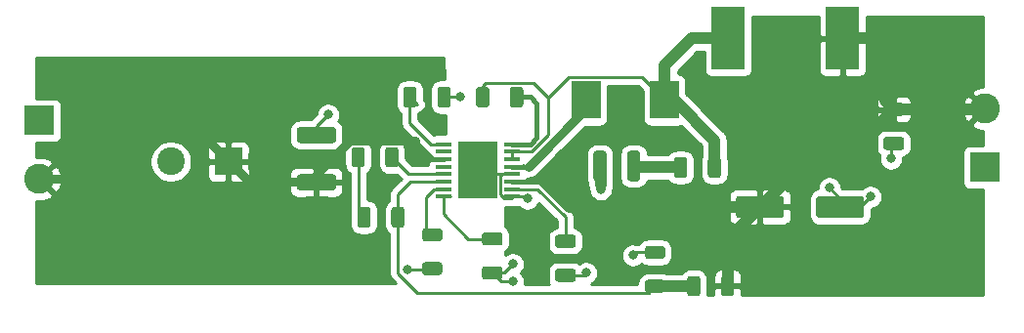
<source format=gbr>
%TF.GenerationSoftware,KiCad,Pcbnew,(5.1.10)-1*%
%TF.CreationDate,2021-07-12T12:55:46+02:00*%
%TF.ProjectId,buckLM5575,6275636b-4c4d-4353-9537-352e6b696361,rev?*%
%TF.SameCoordinates,Original*%
%TF.FileFunction,Copper,L1,Top*%
%TF.FilePolarity,Positive*%
%FSLAX46Y46*%
G04 Gerber Fmt 4.6, Leading zero omitted, Abs format (unit mm)*
G04 Created by KiCad (PCBNEW (5.1.10)-1) date 2021-07-12 12:55:46*
%MOMM*%
%LPD*%
G01*
G04 APERTURE LIST*
%TA.AperFunction,ComponentPad*%
%ADD10C,2.600000*%
%TD*%
%TA.AperFunction,ComponentPad*%
%ADD11R,2.600000X2.600000*%
%TD*%
%TA.AperFunction,SMDPad,CuDef*%
%ADD12R,1.400000X0.449999*%
%TD*%
%TA.AperFunction,SMDPad,CuDef*%
%ADD13R,3.400001X5.000000*%
%TD*%
%TA.AperFunction,SMDPad,CuDef*%
%ADD14R,2.900000X5.400000*%
%TD*%
%TA.AperFunction,SMDPad,CuDef*%
%ADD15R,2.500000X3.300000*%
%TD*%
%TA.AperFunction,ComponentPad*%
%ADD16R,2.400000X2.400000*%
%TD*%
%TA.AperFunction,ComponentPad*%
%ADD17C,2.400000*%
%TD*%
%TA.AperFunction,ViaPad*%
%ADD18C,0.800000*%
%TD*%
%TA.AperFunction,Conductor*%
%ADD19C,0.250000*%
%TD*%
%TA.AperFunction,Conductor*%
%ADD20C,1.000000*%
%TD*%
%TA.AperFunction,Conductor*%
%ADD21C,0.750000*%
%TD*%
%TA.AperFunction,Conductor*%
%ADD22C,0.400000*%
%TD*%
%TA.AperFunction,Conductor*%
%ADD23C,0.500000*%
%TD*%
%TA.AperFunction,Conductor*%
%ADD24C,0.254000*%
%TD*%
%TA.AperFunction,Conductor*%
%ADD25C,0.100000*%
%TD*%
G04 APERTURE END LIST*
D10*
%TO.P,J2,2*%
%TO.N,+5V*%
X174752000Y-56896000D03*
D11*
%TO.P,J2,1*%
%TO.N,GND*%
X174752000Y-61976000D03*
%TD*%
D10*
%TO.P,J1,2*%
%TO.N,VCC*%
X92837000Y-62992000D03*
D11*
%TO.P,J1,1*%
%TO.N,GND*%
X92837000Y-57912000D03*
%TD*%
%TO.P,C2,2*%
%TO.N,GND*%
%TA.AperFunction,SMDPad,CuDef*%
G36*
G01*
X118290001Y-59864000D02*
X115389999Y-59864000D01*
G75*
G02*
X115140000Y-59614001I0J249999D01*
G01*
X115140000Y-58713999D01*
G75*
G02*
X115389999Y-58464000I249999J0D01*
G01*
X118290001Y-58464000D01*
G75*
G02*
X118540000Y-58713999I0J-249999D01*
G01*
X118540000Y-59614001D01*
G75*
G02*
X118290001Y-59864000I-249999J0D01*
G01*
G37*
%TD.AperFunction*%
%TO.P,C2,1*%
%TO.N,VCC*%
%TA.AperFunction,SMDPad,CuDef*%
G36*
G01*
X118290001Y-63964000D02*
X115389999Y-63964000D01*
G75*
G02*
X115140000Y-63714001I0J249999D01*
G01*
X115140000Y-62813999D01*
G75*
G02*
X115389999Y-62564000I249999J0D01*
G01*
X118290001Y-62564000D01*
G75*
G02*
X118540000Y-62813999I0J-249999D01*
G01*
X118540000Y-63714001D01*
G75*
G02*
X118290001Y-63964000I-249999J0D01*
G01*
G37*
%TD.AperFunction*%
%TD*%
%TO.P,C5,1*%
%TO.N,Net-(C5-Pad1)*%
%TA.AperFunction,SMDPad,CuDef*%
G36*
G01*
X124478000Y-65643999D02*
X124478000Y-66944001D01*
G75*
G02*
X124228001Y-67194000I-249999J0D01*
G01*
X123577999Y-67194000D01*
G75*
G02*
X123328000Y-66944001I0J249999D01*
G01*
X123328000Y-65643999D01*
G75*
G02*
X123577999Y-65394000I249999J0D01*
G01*
X124228001Y-65394000D01*
G75*
G02*
X124478000Y-65643999I0J-249999D01*
G01*
G37*
%TD.AperFunction*%
%TO.P,C5,2*%
%TO.N,Net-(C5-Pad2)*%
%TA.AperFunction,SMDPad,CuDef*%
G36*
G01*
X121528000Y-65643999D02*
X121528000Y-66944001D01*
G75*
G02*
X121278001Y-67194000I-249999J0D01*
G01*
X120627999Y-67194000D01*
G75*
G02*
X120378000Y-66944001I0J249999D01*
G01*
X120378000Y-65643999D01*
G75*
G02*
X120627999Y-65394000I249999J0D01*
G01*
X121278001Y-65394000D01*
G75*
G02*
X121528000Y-65643999I0J-249999D01*
G01*
G37*
%TD.AperFunction*%
%TD*%
%TO.P,R7,1*%
%TO.N,GND*%
%TA.AperFunction,SMDPad,CuDef*%
G36*
G01*
X140850000Y-62924003D02*
X140850000Y-60773997D01*
G75*
G02*
X141099997Y-60524000I249997J0D01*
G01*
X141725003Y-60524000D01*
G75*
G02*
X141975000Y-60773997I0J-249997D01*
G01*
X141975000Y-62924003D01*
G75*
G02*
X141725003Y-63174000I-249997J0D01*
G01*
X141099997Y-63174000D01*
G75*
G02*
X140850000Y-62924003I0J249997D01*
G01*
G37*
%TD.AperFunction*%
%TO.P,R7,2*%
%TO.N,Net-(C11-Pad2)*%
%TA.AperFunction,SMDPad,CuDef*%
G36*
G01*
X143775000Y-62924003D02*
X143775000Y-60773997D01*
G75*
G02*
X144024997Y-60524000I249997J0D01*
G01*
X144650003Y-60524000D01*
G75*
G02*
X144900000Y-60773997I0J-249997D01*
G01*
X144900000Y-62924003D01*
G75*
G02*
X144650003Y-63174000I-249997J0D01*
G01*
X144024997Y-63174000D01*
G75*
G02*
X143775000Y-62924003I0J249997D01*
G01*
G37*
%TD.AperFunction*%
%TD*%
%TO.P,C8,2*%
%TO.N,GND*%
%TA.AperFunction,SMDPad,CuDef*%
G36*
G01*
X127314000Y-56530001D02*
X127314000Y-55229999D01*
G75*
G02*
X127563999Y-54980000I249999J0D01*
G01*
X128214001Y-54980000D01*
G75*
G02*
X128464000Y-55229999I0J-249999D01*
G01*
X128464000Y-56530001D01*
G75*
G02*
X128214001Y-56780000I-249999J0D01*
G01*
X127563999Y-56780000D01*
G75*
G02*
X127314000Y-56530001I0J249999D01*
G01*
G37*
%TD.AperFunction*%
%TO.P,C8,1*%
%TO.N,Net-(C8-Pad1)*%
%TA.AperFunction,SMDPad,CuDef*%
G36*
G01*
X124364000Y-56530001D02*
X124364000Y-55229999D01*
G75*
G02*
X124613999Y-54980000I249999J0D01*
G01*
X125264001Y-54980000D01*
G75*
G02*
X125514000Y-55229999I0J-249999D01*
G01*
X125514000Y-56530001D01*
G75*
G02*
X125264001Y-56780000I-249999J0D01*
G01*
X124613999Y-56780000D01*
G75*
G02*
X124364000Y-56530001I0J249999D01*
G01*
G37*
%TD.AperFunction*%
%TD*%
D12*
%TO.P,U1,1*%
%TO.N,Net-(C8-Pad1)*%
X127860001Y-59954998D03*
%TO.P,U1,2*%
%TO.N,Net-(U1-Pad2)*%
X127860001Y-60604999D03*
%TO.P,U1,3*%
%TO.N,VCC*%
X127860001Y-61254998D03*
%TO.P,U1,4*%
%TO.N,Net-(U1-Pad4)*%
X127860001Y-61904999D03*
%TO.P,U1,5*%
%TO.N,Net-(R4-Pad2)*%
X127860001Y-62554998D03*
%TO.P,U1,6*%
%TO.N,Net-(C5-Pad1)*%
X127860001Y-63204999D03*
%TO.P,U1,7*%
%TO.N,Net-(R3-Pad1)*%
X127860001Y-63854998D03*
%TO.P,U1,8*%
%TO.N,Net-(C3-Pad1)*%
X127860001Y-64504999D03*
%TO.P,U1,9*%
%TO.N,GND*%
X133760002Y-64504999D03*
%TO.P,U1,10*%
%TO.N,Net-(C4-Pad1)*%
X133760002Y-63854998D03*
%TO.P,U1,11*%
%TO.N,+5V*%
X133760002Y-63204999D03*
%TO.P,U1,12*%
%TO.N,GND*%
X133760002Y-62554998D03*
%TO.P,U1,13*%
%TO.N,Net-(D1-Pad2)*%
X133760002Y-61904999D03*
%TO.P,U1,14*%
%TO.N,Net-(C11-Pad1)*%
X133760002Y-61254998D03*
%TO.P,U1,15*%
X133760002Y-60604999D03*
%TO.P,U1,16*%
%TO.N,Net-(C7-Pad1)*%
X133760002Y-59954998D03*
D13*
%TO.P,U1,17*%
%TO.N,GND*%
X130810000Y-62229997D03*
%TD*%
%TO.P,R6,1*%
%TO.N,Net-(C5-Pad1)*%
%TA.AperFunction,SMDPad,CuDef*%
G36*
G01*
X146802003Y-72829500D02*
X145551997Y-72829500D01*
G75*
G02*
X145302000Y-72579503I0J249997D01*
G01*
X145302000Y-71954497D01*
G75*
G02*
X145551997Y-71704500I249997J0D01*
G01*
X146802003Y-71704500D01*
G75*
G02*
X147052000Y-71954497I0J-249997D01*
G01*
X147052000Y-72579503D01*
G75*
G02*
X146802003Y-72829500I-249997J0D01*
G01*
G37*
%TD.AperFunction*%
%TO.P,R6,2*%
%TO.N,GND*%
%TA.AperFunction,SMDPad,CuDef*%
G36*
G01*
X146802003Y-69904500D02*
X145551997Y-69904500D01*
G75*
G02*
X145302000Y-69654503I0J249997D01*
G01*
X145302000Y-69029497D01*
G75*
G02*
X145551997Y-68779500I249997J0D01*
G01*
X146802003Y-68779500D01*
G75*
G02*
X147052000Y-69029497I0J-249997D01*
G01*
X147052000Y-69654503D01*
G75*
G02*
X146802003Y-69904500I-249997J0D01*
G01*
G37*
%TD.AperFunction*%
%TD*%
%TO.P,R5,1*%
%TO.N,Net-(C5-Pad1)*%
%TA.AperFunction,SMDPad,CuDef*%
G36*
G01*
X148976000Y-72888003D02*
X148976000Y-71637997D01*
G75*
G02*
X149225997Y-71388000I249997J0D01*
G01*
X149851003Y-71388000D01*
G75*
G02*
X150101000Y-71637997I0J-249997D01*
G01*
X150101000Y-72888003D01*
G75*
G02*
X149851003Y-73138000I-249997J0D01*
G01*
X149225997Y-73138000D01*
G75*
G02*
X148976000Y-72888003I0J249997D01*
G01*
G37*
%TD.AperFunction*%
%TO.P,R5,2*%
%TO.N,+5V*%
%TA.AperFunction,SMDPad,CuDef*%
G36*
G01*
X151901000Y-72888003D02*
X151901000Y-71637997D01*
G75*
G02*
X152150997Y-71388000I249997J0D01*
G01*
X152776003Y-71388000D01*
G75*
G02*
X153026000Y-71637997I0J-249997D01*
G01*
X153026000Y-72888003D01*
G75*
G02*
X152776003Y-73138000I-249997J0D01*
G01*
X152150997Y-73138000D01*
G75*
G02*
X151901000Y-72888003I0J249997D01*
G01*
G37*
%TD.AperFunction*%
%TD*%
%TO.P,R4,1*%
%TO.N,Net-(C5-Pad2)*%
%TA.AperFunction,SMDPad,CuDef*%
G36*
G01*
X119895000Y-61712003D02*
X119895000Y-60461997D01*
G75*
G02*
X120144997Y-60212000I249997J0D01*
G01*
X120770003Y-60212000D01*
G75*
G02*
X121020000Y-60461997I0J-249997D01*
G01*
X121020000Y-61712003D01*
G75*
G02*
X120770003Y-61962000I-249997J0D01*
G01*
X120144997Y-61962000D01*
G75*
G02*
X119895000Y-61712003I0J249997D01*
G01*
G37*
%TD.AperFunction*%
%TO.P,R4,2*%
%TO.N,Net-(R4-Pad2)*%
%TA.AperFunction,SMDPad,CuDef*%
G36*
G01*
X122820000Y-61712003D02*
X122820000Y-60461997D01*
G75*
G02*
X123069997Y-60212000I249997J0D01*
G01*
X123695003Y-60212000D01*
G75*
G02*
X123945000Y-60461997I0J-249997D01*
G01*
X123945000Y-61712003D01*
G75*
G02*
X123695003Y-61962000I-249997J0D01*
G01*
X123069997Y-61962000D01*
G75*
G02*
X122820000Y-61712003I0J249997D01*
G01*
G37*
%TD.AperFunction*%
%TD*%
%TO.P,R3,1*%
%TO.N,Net-(R3-Pad1)*%
%TA.AperFunction,SMDPad,CuDef*%
G36*
G01*
X126247997Y-67255500D02*
X127498003Y-67255500D01*
G75*
G02*
X127748000Y-67505497I0J-249997D01*
G01*
X127748000Y-68130503D01*
G75*
G02*
X127498003Y-68380500I-249997J0D01*
G01*
X126247997Y-68380500D01*
G75*
G02*
X125998000Y-68130503I0J249997D01*
G01*
X125998000Y-67505497D01*
G75*
G02*
X126247997Y-67255500I249997J0D01*
G01*
G37*
%TD.AperFunction*%
%TO.P,R3,2*%
%TO.N,GND*%
%TA.AperFunction,SMDPad,CuDef*%
G36*
G01*
X126247997Y-70180500D02*
X127498003Y-70180500D01*
G75*
G02*
X127748000Y-70430497I0J-249997D01*
G01*
X127748000Y-71055503D01*
G75*
G02*
X127498003Y-71305500I-249997J0D01*
G01*
X126247997Y-71305500D01*
G75*
G02*
X125998000Y-71055503I0J249997D01*
G01*
X125998000Y-70430497D01*
G75*
G02*
X126247997Y-70180500I249997J0D01*
G01*
G37*
%TD.AperFunction*%
%TD*%
D14*
%TO.P,L1,1*%
%TO.N,Net-(C11-Pad1)*%
X152530000Y-50800000D03*
%TO.P,L1,2*%
%TO.N,+5V*%
X162430000Y-50800000D03*
%TD*%
D15*
%TO.P,D1,1*%
%TO.N,Net-(C11-Pad1)*%
X147008000Y-56134000D03*
%TO.P,D1,2*%
%TO.N,Net-(D1-Pad2)*%
X140208000Y-56134000D03*
%TD*%
%TO.P,C11,1*%
%TO.N,Net-(C11-Pad1)*%
%TA.AperFunction,SMDPad,CuDef*%
G36*
G01*
X151910000Y-61325999D02*
X151910000Y-62626001D01*
G75*
G02*
X151660001Y-62876000I-249999J0D01*
G01*
X151009999Y-62876000D01*
G75*
G02*
X150760000Y-62626001I0J249999D01*
G01*
X150760000Y-61325999D01*
G75*
G02*
X151009999Y-61076000I249999J0D01*
G01*
X151660001Y-61076000D01*
G75*
G02*
X151910000Y-61325999I0J-249999D01*
G01*
G37*
%TD.AperFunction*%
%TO.P,C11,2*%
%TO.N,Net-(C11-Pad2)*%
%TA.AperFunction,SMDPad,CuDef*%
G36*
G01*
X148960000Y-61325999D02*
X148960000Y-62626001D01*
G75*
G02*
X148710001Y-62876000I-249999J0D01*
G01*
X148059999Y-62876000D01*
G75*
G02*
X147810000Y-62626001I0J249999D01*
G01*
X147810000Y-61325999D01*
G75*
G02*
X148059999Y-61076000I249999J0D01*
G01*
X148710001Y-61076000D01*
G75*
G02*
X148960000Y-61325999I0J-249999D01*
G01*
G37*
%TD.AperFunction*%
%TD*%
%TO.P,C10,2*%
%TO.N,GND*%
%TA.AperFunction,SMDPad,CuDef*%
G36*
G01*
X160150000Y-66105004D02*
X160150000Y-64704996D01*
G75*
G02*
X160399996Y-64455000I249996J0D01*
G01*
X164050004Y-64455000D01*
G75*
G02*
X164300000Y-64704996I0J-249996D01*
G01*
X164300000Y-66105004D01*
G75*
G02*
X164050004Y-66355000I-249996J0D01*
G01*
X160399996Y-66355000D01*
G75*
G02*
X160150000Y-66105004I0J249996D01*
G01*
G37*
%TD.AperFunction*%
%TO.P,C10,1*%
%TO.N,+5V*%
%TA.AperFunction,SMDPad,CuDef*%
G36*
G01*
X153200000Y-66105004D02*
X153200000Y-64704996D01*
G75*
G02*
X153449996Y-64455000I249996J0D01*
G01*
X157100004Y-64455000D01*
G75*
G02*
X157350000Y-64704996I0J-249996D01*
G01*
X157350000Y-66105004D01*
G75*
G02*
X157100004Y-66355000I-249996J0D01*
G01*
X153449996Y-66355000D01*
G75*
G02*
X153200000Y-66105004I0J249996D01*
G01*
G37*
%TD.AperFunction*%
%TD*%
%TO.P,C9,1*%
%TO.N,+5V*%
%TA.AperFunction,SMDPad,CuDef*%
G36*
G01*
X166227999Y-56370000D02*
X167528001Y-56370000D01*
G75*
G02*
X167778000Y-56619999I0J-249999D01*
G01*
X167778000Y-57270001D01*
G75*
G02*
X167528001Y-57520000I-249999J0D01*
G01*
X166227999Y-57520000D01*
G75*
G02*
X165978000Y-57270001I0J249999D01*
G01*
X165978000Y-56619999D01*
G75*
G02*
X166227999Y-56370000I249999J0D01*
G01*
G37*
%TD.AperFunction*%
%TO.P,C9,2*%
%TO.N,GND*%
%TA.AperFunction,SMDPad,CuDef*%
G36*
G01*
X166227999Y-59320000D02*
X167528001Y-59320000D01*
G75*
G02*
X167778000Y-59569999I0J-249999D01*
G01*
X167778000Y-60220001D01*
G75*
G02*
X167528001Y-60470000I-249999J0D01*
G01*
X166227999Y-60470000D01*
G75*
G02*
X165978000Y-60220001I0J249999D01*
G01*
X165978000Y-59569999D01*
G75*
G02*
X166227999Y-59320000I249999J0D01*
G01*
G37*
%TD.AperFunction*%
%TD*%
%TO.P,C7,2*%
%TO.N,Net-(C11-Pad1)*%
%TA.AperFunction,SMDPad,CuDef*%
G36*
G01*
X131815000Y-55229999D02*
X131815000Y-56530001D01*
G75*
G02*
X131565001Y-56780000I-249999J0D01*
G01*
X130914999Y-56780000D01*
G75*
G02*
X130665000Y-56530001I0J249999D01*
G01*
X130665000Y-55229999D01*
G75*
G02*
X130914999Y-54980000I249999J0D01*
G01*
X131565001Y-54980000D01*
G75*
G02*
X131815000Y-55229999I0J-249999D01*
G01*
G37*
%TD.AperFunction*%
%TO.P,C7,1*%
%TO.N,Net-(C7-Pad1)*%
%TA.AperFunction,SMDPad,CuDef*%
G36*
G01*
X134765000Y-55229999D02*
X134765000Y-56530001D01*
G75*
G02*
X134515001Y-56780000I-249999J0D01*
G01*
X133864999Y-56780000D01*
G75*
G02*
X133615000Y-56530001I0J249999D01*
G01*
X133615000Y-55229999D01*
G75*
G02*
X133864999Y-54980000I249999J0D01*
G01*
X134515001Y-54980000D01*
G75*
G02*
X134765000Y-55229999I0J-249999D01*
G01*
G37*
%TD.AperFunction*%
%TD*%
%TO.P,C4,1*%
%TO.N,Net-(C4-Pad1)*%
%TA.AperFunction,SMDPad,CuDef*%
G36*
G01*
X137779999Y-67800000D02*
X139080001Y-67800000D01*
G75*
G02*
X139330000Y-68049999I0J-249999D01*
G01*
X139330000Y-68700001D01*
G75*
G02*
X139080001Y-68950000I-249999J0D01*
G01*
X137779999Y-68950000D01*
G75*
G02*
X137530000Y-68700001I0J249999D01*
G01*
X137530000Y-68049999D01*
G75*
G02*
X137779999Y-67800000I249999J0D01*
G01*
G37*
%TD.AperFunction*%
%TO.P,C4,2*%
%TO.N,GND*%
%TA.AperFunction,SMDPad,CuDef*%
G36*
G01*
X137779999Y-70750000D02*
X139080001Y-70750000D01*
G75*
G02*
X139330000Y-70999999I0J-249999D01*
G01*
X139330000Y-71650001D01*
G75*
G02*
X139080001Y-71900000I-249999J0D01*
G01*
X137779999Y-71900000D01*
G75*
G02*
X137530000Y-71650001I0J249999D01*
G01*
X137530000Y-70999999D01*
G75*
G02*
X137779999Y-70750000I249999J0D01*
G01*
G37*
%TD.AperFunction*%
%TD*%
%TO.P,C3,2*%
%TO.N,GND*%
%TA.AperFunction,SMDPad,CuDef*%
G36*
G01*
X131429999Y-70545000D02*
X132730001Y-70545000D01*
G75*
G02*
X132980000Y-70794999I0J-249999D01*
G01*
X132980000Y-71445001D01*
G75*
G02*
X132730001Y-71695000I-249999J0D01*
G01*
X131429999Y-71695000D01*
G75*
G02*
X131180000Y-71445001I0J249999D01*
G01*
X131180000Y-70794999D01*
G75*
G02*
X131429999Y-70545000I249999J0D01*
G01*
G37*
%TD.AperFunction*%
%TO.P,C3,1*%
%TO.N,Net-(C3-Pad1)*%
%TA.AperFunction,SMDPad,CuDef*%
G36*
G01*
X131429999Y-67595000D02*
X132730001Y-67595000D01*
G75*
G02*
X132980000Y-67844999I0J-249999D01*
G01*
X132980000Y-68495001D01*
G75*
G02*
X132730001Y-68745000I-249999J0D01*
G01*
X131429999Y-68745000D01*
G75*
G02*
X131180000Y-68495001I0J249999D01*
G01*
X131180000Y-67844999D01*
G75*
G02*
X131429999Y-67595000I249999J0D01*
G01*
G37*
%TD.AperFunction*%
%TD*%
D16*
%TO.P,C1,1*%
%TO.N,VCC*%
X109220000Y-61468000D03*
D17*
%TO.P,C1,2*%
%TO.N,GND*%
X104220000Y-61468000D03*
%TD*%
D18*
%TO.N,GND*%
X129286000Y-55880000D03*
X135128000Y-64680000D03*
X133858000Y-70358000D03*
X133858000Y-71882000D03*
X140208000Y-71120000D03*
X161290000Y-63754000D03*
X164846000Y-64516000D03*
X166624000Y-61214000D03*
X124714000Y-70866000D03*
X117856000Y-57404000D03*
X144272000Y-69596000D03*
X141478000Y-63881000D03*
X130810000Y-60198000D03*
X129540000Y-61087000D03*
X131953000Y-61087000D03*
X130810000Y-63881000D03*
X130810000Y-62229997D03*
%TD*%
D19*
%TO.N,GND*%
X141412300Y-61849200D02*
X141412000Y-61849000D01*
D20*
X141478000Y-63500000D02*
X141478000Y-61660500D01*
D19*
X141478000Y-61914500D02*
X141412300Y-61849200D01*
X141412500Y-61849000D02*
X141412300Y-61849200D01*
X132900000Y-62555000D02*
X133760000Y-62555000D01*
X133760000Y-64680000D02*
X133075000Y-64680000D01*
X132735000Y-64340000D02*
X132735000Y-62720000D01*
X132735000Y-62720000D02*
X132900000Y-62555000D01*
X133760000Y-62555000D02*
X132900000Y-62555000D01*
X132900000Y-62555000D02*
X131135000Y-62555000D01*
X131135000Y-62555000D02*
X130810000Y-62230000D01*
X132080000Y-71120000D02*
X133096000Y-71120000D01*
X133096000Y-71120000D02*
X133858000Y-70358000D01*
X140003000Y-71325000D02*
X140208000Y-71120000D01*
X162225000Y-65405000D02*
X161417000Y-65405000D01*
X161417000Y-65405000D02*
X161290000Y-65278000D01*
X162225000Y-65405000D02*
X163957000Y-65405000D01*
X163957000Y-65405000D02*
X164846000Y-64516000D01*
X166624000Y-61468000D02*
X166624000Y-60276000D01*
X133075000Y-64680000D02*
X132735000Y-64340000D01*
X132842000Y-71882000D02*
X132080000Y-71120000D01*
X133858000Y-71882000D02*
X132842000Y-71882000D01*
X134952999Y-64504999D02*
X135128000Y-64680000D01*
X133760002Y-64504999D02*
X134952999Y-64504999D01*
X162225000Y-64689000D02*
X161290000Y-63754000D01*
X162225000Y-65405000D02*
X162225000Y-64689000D01*
X124845000Y-70735000D02*
X124714000Y-70866000D01*
X129286000Y-55880000D02*
X127889000Y-55880000D01*
X116840000Y-58420000D02*
X117856000Y-57404000D01*
X116840000Y-59164000D02*
X116840000Y-58420000D01*
X138430000Y-71325000D02*
X140003000Y-71325000D01*
X144526000Y-69342000D02*
X144272000Y-69596000D01*
X146177000Y-69342000D02*
X144526000Y-69342000D01*
X141478000Y-63500000D02*
X141478000Y-63881000D01*
X130810000Y-62229997D02*
X130810000Y-60198000D01*
X130682997Y-62229997D02*
X129540000Y-61087000D01*
X130810000Y-62229997D02*
X130682997Y-62229997D01*
X130810003Y-62229997D02*
X131953000Y-61087000D01*
X130810000Y-62229997D02*
X130810003Y-62229997D01*
X130810000Y-62229997D02*
X130810000Y-62484000D01*
X126750000Y-70866000D02*
X126873000Y-70743000D01*
X124714000Y-70866000D02*
X126750000Y-70866000D01*
D21*
%TO.N,VCC*%
X105918000Y-58166000D02*
X109220000Y-61468000D01*
X109220000Y-61468000D02*
X110995001Y-63243001D01*
X116819001Y-63243001D02*
X116840000Y-63264000D01*
X110995001Y-63243001D02*
X116819001Y-63243001D01*
X119767010Y-59636990D02*
X125449028Y-59636990D01*
X116840000Y-62564000D02*
X119767010Y-59636990D01*
X116840000Y-63264000D02*
X116840000Y-62564000D01*
D22*
X126864998Y-61254998D02*
X127860001Y-61254998D01*
D23*
X126864998Y-61254998D02*
X125449028Y-59839028D01*
D21*
X105791000Y-58039000D02*
X105918000Y-58166000D01*
X92837000Y-62992000D02*
X95377000Y-62992000D01*
X100330000Y-58039000D02*
X105791000Y-58039000D01*
X95377000Y-62992000D02*
X100330000Y-58039000D01*
D19*
%TO.N,Net-(C3-Pad1)*%
X128415000Y-64505000D02*
X127860000Y-64505000D01*
X132080000Y-68170000D02*
X130019000Y-68170000D01*
X127860001Y-66011001D02*
X127860001Y-64504999D01*
X130019000Y-68170000D02*
X127860001Y-66011001D01*
%TO.N,Net-(C4-Pad1)*%
X134620000Y-63855000D02*
X133760000Y-63855000D01*
X134710000Y-63855000D02*
X134620000Y-63855000D01*
X134620000Y-63855000D02*
X133760000Y-63855000D01*
X134710000Y-63855000D02*
X134620000Y-63855000D01*
X138430000Y-68375000D02*
X138430000Y-66294000D01*
X135991000Y-63855000D02*
X134710000Y-63855000D01*
X134620000Y-63855000D02*
X133760000Y-63855000D01*
X138430000Y-66294000D02*
X135991000Y-63855000D01*
%TO.N,Net-(C5-Pad2)*%
X120457500Y-65798500D02*
X120953000Y-66294000D01*
X120457500Y-61087000D02*
X120457500Y-65798500D01*
D21*
%TO.N,Net-(D1-Pad2)*%
X140208000Y-56896000D02*
X140208000Y-56134000D01*
X135199000Y-61905000D02*
X140208000Y-56896000D01*
D22*
X133760002Y-61904999D02*
X134041000Y-61905000D01*
D23*
X134845005Y-61905000D02*
X134845004Y-61904999D01*
D22*
X134295000Y-61905000D02*
X135199000Y-61905000D01*
X133760002Y-61904999D02*
X134295000Y-61905000D01*
D19*
%TO.N,Net-(C5-Pad1)*%
X149538000Y-72263000D02*
X149538500Y-72263000D01*
X146181000Y-72263000D02*
X146177000Y-72267000D01*
X125009001Y-63204999D02*
X127860001Y-63204999D01*
X123903000Y-64311000D02*
X125009001Y-63204999D01*
X123903000Y-66294000D02*
X123903000Y-64311000D01*
X149534500Y-72267000D02*
X149538500Y-72263000D01*
D20*
X146177000Y-72267000D02*
X149534500Y-72267000D01*
D19*
X145614500Y-72829500D02*
X146177000Y-72267000D01*
X125604498Y-72829500D02*
X145614500Y-72829500D01*
X123903000Y-71128002D02*
X125604498Y-72829500D01*
X123903000Y-66294000D02*
X123903000Y-71128002D01*
%TO.N,Net-(C11-Pad1)*%
X133760000Y-60605000D02*
X133760000Y-61255000D01*
X131527010Y-54654990D02*
X131240000Y-54942000D01*
X136918009Y-59150511D02*
X136918009Y-56429533D01*
X135463521Y-60604999D02*
X136918009Y-59150511D01*
X136918009Y-55938989D02*
X138697999Y-54158999D01*
X145032999Y-54158999D02*
X147008000Y-56134000D01*
X138697999Y-54158999D02*
X145032999Y-54158999D01*
X136918009Y-56429533D02*
X136918009Y-55938989D01*
X131240000Y-54942000D02*
X131240000Y-55880000D01*
D20*
X147008000Y-56134000D02*
X147828000Y-56134000D01*
X151335000Y-59641000D02*
X151335000Y-61976000D01*
X147828000Y-56134000D02*
X151335000Y-59641000D01*
X147008000Y-56134000D02*
X147008000Y-53144000D01*
X149352000Y-50800000D02*
X152530000Y-50800000D01*
X147008000Y-53144000D02*
X149352000Y-50800000D01*
D19*
X135634010Y-54654990D02*
X136918009Y-55938989D01*
X131527010Y-54654990D02*
X135634010Y-54654990D01*
X133760002Y-60604999D02*
X135463521Y-60604999D01*
%TO.N,Net-(C8-Pad1)*%
X125574000Y-56515000D02*
X124939000Y-55880000D01*
X127860001Y-59954998D02*
X126756998Y-59954998D01*
X124939000Y-58137000D02*
X124939000Y-55880000D01*
X126756998Y-59954998D02*
X124939000Y-58137000D01*
%TO.N,Net-(C11-Pad2)*%
X144338000Y-61849000D02*
X144337500Y-61849000D01*
D20*
X144464500Y-61976000D02*
X144337500Y-61849000D01*
X148385000Y-61976000D02*
X144464500Y-61976000D01*
D19*
%TO.N,Net-(R3-Pad1)*%
X127000001Y-63854998D02*
X127860001Y-63854998D01*
X126310500Y-64544499D02*
X127000001Y-63854998D01*
X126310500Y-67255500D02*
X126310500Y-64544499D01*
X126873000Y-67818000D02*
X126310500Y-67255500D01*
%TO.N,Net-(R4-Pad2)*%
X122936500Y-61340500D02*
X122936500Y-61341000D01*
X122936500Y-61340500D02*
X122936000Y-61341000D01*
X124850498Y-62554998D02*
X127860001Y-62554998D01*
X123382500Y-61087000D02*
X124850498Y-62554998D01*
D22*
%TO.N,Net-(C7-Pad1)*%
X135372000Y-55880000D02*
X134190000Y-55880000D01*
X135890000Y-56398000D02*
X135372000Y-55880000D01*
X135890000Y-59436000D02*
X135890000Y-56398000D01*
X135371000Y-59955000D02*
X135890000Y-59436000D01*
X133760000Y-59955000D02*
X135371000Y-59955000D01*
D19*
%TO.N,+5V*%
X152463500Y-72263000D02*
X152464000Y-72263000D01*
D20*
X161063000Y-59616800D02*
X155275000Y-65405000D01*
D19*
X146177000Y-65405000D02*
X146050000Y-65405000D01*
D20*
X155275000Y-65405000D02*
X146177000Y-65405000D01*
X146050000Y-65405000D02*
X138760000Y-65405000D01*
X136559999Y-63204999D02*
X138760000Y-65405000D01*
D22*
X133760002Y-63204999D02*
X136559999Y-63204999D01*
D20*
X162430000Y-50800000D02*
X166110000Y-50800000D01*
X164206200Y-59616800D02*
X166878000Y-56945000D01*
X161063000Y-59616800D02*
X164206200Y-59616800D01*
X166110000Y-56177000D02*
X166878000Y-56945000D01*
X166110000Y-50800000D02*
X166110000Y-56177000D01*
X152463500Y-68216500D02*
X155275000Y-65405000D01*
X152463500Y-72263000D02*
X152463500Y-68216500D01*
X174703000Y-56945000D02*
X174752000Y-56896000D01*
X166878000Y-56945000D02*
X174703000Y-56945000D01*
%TD*%
D24*
%TO.N,VCC*%
X127940700Y-54341928D02*
X127563999Y-54341928D01*
X127390745Y-54358992D01*
X127224149Y-54409528D01*
X127070613Y-54491595D01*
X126936038Y-54602038D01*
X126825595Y-54736613D01*
X126743528Y-54890149D01*
X126692992Y-55056745D01*
X126675928Y-55229999D01*
X126675928Y-56530001D01*
X126692992Y-56703255D01*
X126743528Y-56869851D01*
X126825595Y-57023387D01*
X126936038Y-57157962D01*
X127070613Y-57268405D01*
X127224149Y-57350472D01*
X127390745Y-57401008D01*
X127563999Y-57418072D01*
X128019576Y-57418072D01*
X128062495Y-59091927D01*
X127160001Y-59091927D01*
X127035519Y-59104187D01*
X126993681Y-59116878D01*
X125699000Y-57822199D01*
X125699000Y-57299614D01*
X125757387Y-57268405D01*
X125786067Y-57244868D01*
X125866246Y-57220546D01*
X125998276Y-57149974D01*
X126114001Y-57055001D01*
X126208974Y-56939276D01*
X126279546Y-56807246D01*
X126323003Y-56663986D01*
X126337677Y-56515000D01*
X126323003Y-56366014D01*
X126279546Y-56222753D01*
X126208974Y-56090724D01*
X126152072Y-56021389D01*
X126152072Y-55229999D01*
X126135008Y-55056745D01*
X126084472Y-54890149D01*
X126002405Y-54736613D01*
X125891962Y-54602038D01*
X125757387Y-54491595D01*
X125603851Y-54409528D01*
X125437255Y-54358992D01*
X125264001Y-54341928D01*
X124613999Y-54341928D01*
X124440745Y-54358992D01*
X124274149Y-54409528D01*
X124120613Y-54491595D01*
X123986038Y-54602038D01*
X123875595Y-54736613D01*
X123793528Y-54890149D01*
X123742992Y-55056745D01*
X123725928Y-55229999D01*
X123725928Y-56530001D01*
X123742992Y-56703255D01*
X123793528Y-56869851D01*
X123875595Y-57023387D01*
X123986038Y-57157962D01*
X124120613Y-57268405D01*
X124179000Y-57299614D01*
X124179000Y-58099677D01*
X124175324Y-58137000D01*
X124179000Y-58174322D01*
X124179000Y-58174332D01*
X124189997Y-58285985D01*
X124200681Y-58321205D01*
X124233454Y-58429246D01*
X124304026Y-58561276D01*
X124310353Y-58568985D01*
X124398999Y-58677001D01*
X124428002Y-58700803D01*
X126193203Y-60466006D01*
X126216997Y-60494999D01*
X126245990Y-60518793D01*
X126245994Y-60518797D01*
X126280359Y-60546999D01*
X126332722Y-60589972D01*
X126464751Y-60660544D01*
X126521929Y-60677888D01*
X126521929Y-60829998D01*
X126532103Y-60933300D01*
X126525001Y-60998249D01*
X126557248Y-61030496D01*
X126570499Y-61074178D01*
X126629464Y-61184492D01*
X126687327Y-61254999D01*
X126629464Y-61325506D01*
X126570499Y-61435820D01*
X126557249Y-61479499D01*
X126525001Y-61511747D01*
X126532103Y-61576696D01*
X126521929Y-61680000D01*
X126521929Y-61794998D01*
X125165300Y-61794998D01*
X124583072Y-61212771D01*
X124583072Y-60461997D01*
X124566008Y-60288743D01*
X124515472Y-60122148D01*
X124433405Y-59968612D01*
X124322963Y-59834037D01*
X124188388Y-59723595D01*
X124034852Y-59641528D01*
X123868257Y-59590992D01*
X123695003Y-59573928D01*
X123069997Y-59573928D01*
X122896743Y-59590992D01*
X122730148Y-59641528D01*
X122576612Y-59723595D01*
X122442037Y-59834037D01*
X122331595Y-59968612D01*
X122249528Y-60122148D01*
X122198992Y-60288743D01*
X122181928Y-60461997D01*
X122181928Y-61243491D01*
X122172324Y-61341000D01*
X122181928Y-61438509D01*
X122181928Y-61712003D01*
X122198992Y-61885257D01*
X122249528Y-62051852D01*
X122331595Y-62205388D01*
X122442037Y-62339963D01*
X122576612Y-62450405D01*
X122730148Y-62532472D01*
X122896743Y-62583008D01*
X123069997Y-62600072D01*
X123695003Y-62600072D01*
X123809494Y-62588796D01*
X124179948Y-62959250D01*
X123391998Y-63747201D01*
X123363000Y-63770999D01*
X123339202Y-63799997D01*
X123339201Y-63799998D01*
X123268026Y-63886724D01*
X123197454Y-64018754D01*
X123153998Y-64162015D01*
X123139324Y-64311000D01*
X123143001Y-64348332D01*
X123143001Y-64874386D01*
X123084613Y-64905595D01*
X122950038Y-65016038D01*
X122839595Y-65150613D01*
X122757528Y-65304149D01*
X122706992Y-65470745D01*
X122689928Y-65643999D01*
X122689928Y-66944001D01*
X122706992Y-67117255D01*
X122757528Y-67283851D01*
X122839595Y-67437387D01*
X122950038Y-67571962D01*
X123084613Y-67682405D01*
X123143000Y-67713614D01*
X123143001Y-71090670D01*
X123139324Y-71128002D01*
X123153998Y-71276987D01*
X123197454Y-71420248D01*
X123268026Y-71552278D01*
X123319503Y-71615002D01*
X123363000Y-71668003D01*
X123391998Y-71691801D01*
X123709197Y-72009000D01*
X92583000Y-72009000D01*
X92583000Y-64913697D01*
X92887729Y-64935701D01*
X93265951Y-64888457D01*
X93627690Y-64768333D01*
X93874683Y-64636312D01*
X94006619Y-64341224D01*
X92837000Y-63171605D01*
X92822858Y-63185748D01*
X92643253Y-63006143D01*
X92657395Y-62992000D01*
X93016605Y-62992000D01*
X94186224Y-64161619D01*
X94481312Y-64029683D01*
X94514246Y-63964000D01*
X114501928Y-63964000D01*
X114514188Y-64088482D01*
X114550498Y-64208180D01*
X114609463Y-64318494D01*
X114688815Y-64415185D01*
X114785506Y-64494537D01*
X114895820Y-64553502D01*
X115015518Y-64589812D01*
X115140000Y-64602072D01*
X116554250Y-64599000D01*
X116713000Y-64440250D01*
X116713000Y-63391000D01*
X116967000Y-63391000D01*
X116967000Y-64440250D01*
X117125750Y-64599000D01*
X118540000Y-64602072D01*
X118664482Y-64589812D01*
X118784180Y-64553502D01*
X118894494Y-64494537D01*
X118991185Y-64415185D01*
X119070537Y-64318494D01*
X119129502Y-64208180D01*
X119165812Y-64088482D01*
X119178072Y-63964000D01*
X119175000Y-63549750D01*
X119016250Y-63391000D01*
X116967000Y-63391000D01*
X116713000Y-63391000D01*
X114663750Y-63391000D01*
X114505000Y-63549750D01*
X114501928Y-63964000D01*
X94514246Y-63964000D01*
X94652159Y-63688955D01*
X94753250Y-63321443D01*
X94780701Y-62941271D01*
X94733457Y-62563049D01*
X94613333Y-62201310D01*
X94481312Y-61954317D01*
X94186224Y-61822381D01*
X93016605Y-62992000D01*
X92657395Y-62992000D01*
X92643253Y-62977858D01*
X92822858Y-62798253D01*
X92837000Y-62812395D01*
X94006619Y-61642776D01*
X93874683Y-61347688D01*
X93754185Y-61287268D01*
X102385000Y-61287268D01*
X102385000Y-61648732D01*
X102455518Y-62003250D01*
X102593844Y-62337199D01*
X102794662Y-62637744D01*
X103050256Y-62893338D01*
X103350801Y-63094156D01*
X103684750Y-63232482D01*
X104039268Y-63303000D01*
X104400732Y-63303000D01*
X104755250Y-63232482D01*
X105089199Y-63094156D01*
X105389744Y-62893338D01*
X105615082Y-62668000D01*
X107381928Y-62668000D01*
X107394188Y-62792482D01*
X107430498Y-62912180D01*
X107489463Y-63022494D01*
X107568815Y-63119185D01*
X107665506Y-63198537D01*
X107775820Y-63257502D01*
X107895518Y-63293812D01*
X108020000Y-63306072D01*
X108934250Y-63303000D01*
X109093000Y-63144250D01*
X109093000Y-61595000D01*
X109347000Y-61595000D01*
X109347000Y-63144250D01*
X109505750Y-63303000D01*
X110420000Y-63306072D01*
X110544482Y-63293812D01*
X110664180Y-63257502D01*
X110774494Y-63198537D01*
X110871185Y-63119185D01*
X110950537Y-63022494D01*
X111009502Y-62912180D01*
X111045812Y-62792482D01*
X111058072Y-62668000D01*
X111057723Y-62564000D01*
X114501928Y-62564000D01*
X114505000Y-62978250D01*
X114663750Y-63137000D01*
X116713000Y-63137000D01*
X116713000Y-62087750D01*
X116967000Y-62087750D01*
X116967000Y-63137000D01*
X119016250Y-63137000D01*
X119175000Y-62978250D01*
X119178072Y-62564000D01*
X119165812Y-62439518D01*
X119129502Y-62319820D01*
X119070537Y-62209506D01*
X118991185Y-62112815D01*
X118894494Y-62033463D01*
X118784180Y-61974498D01*
X118664482Y-61938188D01*
X118540000Y-61925928D01*
X117125750Y-61929000D01*
X116967000Y-62087750D01*
X116713000Y-62087750D01*
X116554250Y-61929000D01*
X115140000Y-61925928D01*
X115015518Y-61938188D01*
X114895820Y-61974498D01*
X114785506Y-62033463D01*
X114688815Y-62112815D01*
X114609463Y-62209506D01*
X114550498Y-62319820D01*
X114514188Y-62439518D01*
X114501928Y-62564000D01*
X111057723Y-62564000D01*
X111055000Y-61753750D01*
X110896250Y-61595000D01*
X109347000Y-61595000D01*
X109093000Y-61595000D01*
X107543750Y-61595000D01*
X107385000Y-61753750D01*
X107381928Y-62668000D01*
X105615082Y-62668000D01*
X105645338Y-62637744D01*
X105846156Y-62337199D01*
X105984482Y-62003250D01*
X106055000Y-61648732D01*
X106055000Y-61287268D01*
X105984482Y-60932750D01*
X105846156Y-60598801D01*
X105645338Y-60298256D01*
X105615082Y-60268000D01*
X107381928Y-60268000D01*
X107385000Y-61182250D01*
X107543750Y-61341000D01*
X109093000Y-61341000D01*
X109093000Y-59791750D01*
X109347000Y-59791750D01*
X109347000Y-61341000D01*
X110896250Y-61341000D01*
X111055000Y-61182250D01*
X111058072Y-60268000D01*
X111045812Y-60143518D01*
X111009502Y-60023820D01*
X110950537Y-59913506D01*
X110871185Y-59816815D01*
X110774494Y-59737463D01*
X110664180Y-59678498D01*
X110544482Y-59642188D01*
X110420000Y-59629928D01*
X109505750Y-59633000D01*
X109347000Y-59791750D01*
X109093000Y-59791750D01*
X108934250Y-59633000D01*
X108020000Y-59629928D01*
X107895518Y-59642188D01*
X107775820Y-59678498D01*
X107665506Y-59737463D01*
X107568815Y-59816815D01*
X107489463Y-59913506D01*
X107430498Y-60023820D01*
X107394188Y-60143518D01*
X107381928Y-60268000D01*
X105615082Y-60268000D01*
X105389744Y-60042662D01*
X105089199Y-59841844D01*
X104755250Y-59703518D01*
X104400732Y-59633000D01*
X104039268Y-59633000D01*
X103684750Y-59703518D01*
X103350801Y-59841844D01*
X103050256Y-60042662D01*
X102794662Y-60298256D01*
X102593844Y-60598801D01*
X102455518Y-60932750D01*
X102385000Y-61287268D01*
X93754185Y-61287268D01*
X93533955Y-61176841D01*
X93166443Y-61075750D01*
X92786271Y-61048299D01*
X92583000Y-61073690D01*
X92583000Y-59850072D01*
X94137000Y-59850072D01*
X94261482Y-59837812D01*
X94381180Y-59801502D01*
X94491494Y-59742537D01*
X94588185Y-59663185D01*
X94667537Y-59566494D01*
X94726502Y-59456180D01*
X94762812Y-59336482D01*
X94775072Y-59212000D01*
X94775072Y-58713999D01*
X114501928Y-58713999D01*
X114501928Y-59614001D01*
X114518992Y-59787255D01*
X114569528Y-59953851D01*
X114651595Y-60107387D01*
X114762038Y-60241962D01*
X114896613Y-60352405D01*
X115050149Y-60434472D01*
X115216745Y-60485008D01*
X115389999Y-60502072D01*
X118290001Y-60502072D01*
X118463255Y-60485008D01*
X118539112Y-60461997D01*
X119256928Y-60461997D01*
X119256928Y-61712003D01*
X119273992Y-61885257D01*
X119324528Y-62051852D01*
X119406595Y-62205388D01*
X119517037Y-62339963D01*
X119651612Y-62450405D01*
X119697500Y-62474933D01*
X119697501Y-65761168D01*
X119693824Y-65798500D01*
X119708498Y-65947485D01*
X119739928Y-66051100D01*
X119739928Y-66944001D01*
X119756992Y-67117255D01*
X119807528Y-67283851D01*
X119889595Y-67437387D01*
X120000038Y-67571962D01*
X120134613Y-67682405D01*
X120288149Y-67764472D01*
X120454745Y-67815008D01*
X120627999Y-67832072D01*
X121278001Y-67832072D01*
X121451255Y-67815008D01*
X121617851Y-67764472D01*
X121771387Y-67682405D01*
X121905962Y-67571962D01*
X122016405Y-67437387D01*
X122098472Y-67283851D01*
X122149008Y-67117255D01*
X122166072Y-66944001D01*
X122166072Y-65643999D01*
X122149008Y-65470745D01*
X122098472Y-65304149D01*
X122016405Y-65150613D01*
X121905962Y-65016038D01*
X121771387Y-64905595D01*
X121617851Y-64823528D01*
X121451255Y-64772992D01*
X121278001Y-64755928D01*
X121217500Y-64755928D01*
X121217500Y-62474933D01*
X121263388Y-62450405D01*
X121397963Y-62339963D01*
X121508405Y-62205388D01*
X121590472Y-62051852D01*
X121641008Y-61885257D01*
X121658072Y-61712003D01*
X121658072Y-60461997D01*
X121641008Y-60288743D01*
X121590472Y-60122148D01*
X121508405Y-59968612D01*
X121397963Y-59834037D01*
X121263388Y-59723595D01*
X121109852Y-59641528D01*
X120943257Y-59590992D01*
X120770003Y-59573928D01*
X120144997Y-59573928D01*
X119971743Y-59590992D01*
X119805148Y-59641528D01*
X119651612Y-59723595D01*
X119517037Y-59834037D01*
X119406595Y-59968612D01*
X119324528Y-60122148D01*
X119273992Y-60288743D01*
X119256928Y-60461997D01*
X118539112Y-60461997D01*
X118629851Y-60434472D01*
X118783387Y-60352405D01*
X118917962Y-60241962D01*
X119028405Y-60107387D01*
X119110472Y-59953851D01*
X119161008Y-59787255D01*
X119178072Y-59614001D01*
X119178072Y-58713999D01*
X119161008Y-58540745D01*
X119110472Y-58374149D01*
X119028405Y-58220613D01*
X118917962Y-58086038D01*
X118783387Y-57975595D01*
X118735838Y-57950180D01*
X118773205Y-57894256D01*
X118851226Y-57705898D01*
X118891000Y-57505939D01*
X118891000Y-57302061D01*
X118851226Y-57102102D01*
X118773205Y-56913744D01*
X118659937Y-56744226D01*
X118515774Y-56600063D01*
X118346256Y-56486795D01*
X118157898Y-56408774D01*
X117957939Y-56369000D01*
X117754061Y-56369000D01*
X117554102Y-56408774D01*
X117365744Y-56486795D01*
X117196226Y-56600063D01*
X117052063Y-56744226D01*
X116938795Y-56913744D01*
X116860774Y-57102102D01*
X116821000Y-57302061D01*
X116821000Y-57364198D01*
X116359271Y-57825928D01*
X115389999Y-57825928D01*
X115216745Y-57842992D01*
X115050149Y-57893528D01*
X114896613Y-57975595D01*
X114762038Y-58086038D01*
X114651595Y-58220613D01*
X114569528Y-58374149D01*
X114518992Y-58540745D01*
X114501928Y-58713999D01*
X94775072Y-58713999D01*
X94775072Y-56612000D01*
X94762812Y-56487518D01*
X94726502Y-56367820D01*
X94667537Y-56257506D01*
X94588185Y-56160815D01*
X94491494Y-56081463D01*
X94381180Y-56022498D01*
X94261482Y-55986188D01*
X94137000Y-55973928D01*
X92583000Y-55973928D01*
X92583000Y-52451000D01*
X127892215Y-52451000D01*
X127940700Y-54341928D01*
%TA.AperFunction,Conductor*%
D25*
G36*
X127940700Y-54341928D02*
G01*
X127563999Y-54341928D01*
X127390745Y-54358992D01*
X127224149Y-54409528D01*
X127070613Y-54491595D01*
X126936038Y-54602038D01*
X126825595Y-54736613D01*
X126743528Y-54890149D01*
X126692992Y-55056745D01*
X126675928Y-55229999D01*
X126675928Y-56530001D01*
X126692992Y-56703255D01*
X126743528Y-56869851D01*
X126825595Y-57023387D01*
X126936038Y-57157962D01*
X127070613Y-57268405D01*
X127224149Y-57350472D01*
X127390745Y-57401008D01*
X127563999Y-57418072D01*
X128019576Y-57418072D01*
X128062495Y-59091927D01*
X127160001Y-59091927D01*
X127035519Y-59104187D01*
X126993681Y-59116878D01*
X125699000Y-57822199D01*
X125699000Y-57299614D01*
X125757387Y-57268405D01*
X125786067Y-57244868D01*
X125866246Y-57220546D01*
X125998276Y-57149974D01*
X126114001Y-57055001D01*
X126208974Y-56939276D01*
X126279546Y-56807246D01*
X126323003Y-56663986D01*
X126337677Y-56515000D01*
X126323003Y-56366014D01*
X126279546Y-56222753D01*
X126208974Y-56090724D01*
X126152072Y-56021389D01*
X126152072Y-55229999D01*
X126135008Y-55056745D01*
X126084472Y-54890149D01*
X126002405Y-54736613D01*
X125891962Y-54602038D01*
X125757387Y-54491595D01*
X125603851Y-54409528D01*
X125437255Y-54358992D01*
X125264001Y-54341928D01*
X124613999Y-54341928D01*
X124440745Y-54358992D01*
X124274149Y-54409528D01*
X124120613Y-54491595D01*
X123986038Y-54602038D01*
X123875595Y-54736613D01*
X123793528Y-54890149D01*
X123742992Y-55056745D01*
X123725928Y-55229999D01*
X123725928Y-56530001D01*
X123742992Y-56703255D01*
X123793528Y-56869851D01*
X123875595Y-57023387D01*
X123986038Y-57157962D01*
X124120613Y-57268405D01*
X124179000Y-57299614D01*
X124179000Y-58099677D01*
X124175324Y-58137000D01*
X124179000Y-58174322D01*
X124179000Y-58174332D01*
X124189997Y-58285985D01*
X124200681Y-58321205D01*
X124233454Y-58429246D01*
X124304026Y-58561276D01*
X124310353Y-58568985D01*
X124398999Y-58677001D01*
X124428002Y-58700803D01*
X126193203Y-60466006D01*
X126216997Y-60494999D01*
X126245990Y-60518793D01*
X126245994Y-60518797D01*
X126280359Y-60546999D01*
X126332722Y-60589972D01*
X126464751Y-60660544D01*
X126521929Y-60677888D01*
X126521929Y-60829998D01*
X126532103Y-60933300D01*
X126525001Y-60998249D01*
X126557248Y-61030496D01*
X126570499Y-61074178D01*
X126629464Y-61184492D01*
X126687327Y-61254999D01*
X126629464Y-61325506D01*
X126570499Y-61435820D01*
X126557249Y-61479499D01*
X126525001Y-61511747D01*
X126532103Y-61576696D01*
X126521929Y-61680000D01*
X126521929Y-61794998D01*
X125165300Y-61794998D01*
X124583072Y-61212771D01*
X124583072Y-60461997D01*
X124566008Y-60288743D01*
X124515472Y-60122148D01*
X124433405Y-59968612D01*
X124322963Y-59834037D01*
X124188388Y-59723595D01*
X124034852Y-59641528D01*
X123868257Y-59590992D01*
X123695003Y-59573928D01*
X123069997Y-59573928D01*
X122896743Y-59590992D01*
X122730148Y-59641528D01*
X122576612Y-59723595D01*
X122442037Y-59834037D01*
X122331595Y-59968612D01*
X122249528Y-60122148D01*
X122198992Y-60288743D01*
X122181928Y-60461997D01*
X122181928Y-61243491D01*
X122172324Y-61341000D01*
X122181928Y-61438509D01*
X122181928Y-61712003D01*
X122198992Y-61885257D01*
X122249528Y-62051852D01*
X122331595Y-62205388D01*
X122442037Y-62339963D01*
X122576612Y-62450405D01*
X122730148Y-62532472D01*
X122896743Y-62583008D01*
X123069997Y-62600072D01*
X123695003Y-62600072D01*
X123809494Y-62588796D01*
X124179948Y-62959250D01*
X123391998Y-63747201D01*
X123363000Y-63770999D01*
X123339202Y-63799997D01*
X123339201Y-63799998D01*
X123268026Y-63886724D01*
X123197454Y-64018754D01*
X123153998Y-64162015D01*
X123139324Y-64311000D01*
X123143001Y-64348332D01*
X123143001Y-64874386D01*
X123084613Y-64905595D01*
X122950038Y-65016038D01*
X122839595Y-65150613D01*
X122757528Y-65304149D01*
X122706992Y-65470745D01*
X122689928Y-65643999D01*
X122689928Y-66944001D01*
X122706992Y-67117255D01*
X122757528Y-67283851D01*
X122839595Y-67437387D01*
X122950038Y-67571962D01*
X123084613Y-67682405D01*
X123143000Y-67713614D01*
X123143001Y-71090670D01*
X123139324Y-71128002D01*
X123153998Y-71276987D01*
X123197454Y-71420248D01*
X123268026Y-71552278D01*
X123319503Y-71615002D01*
X123363000Y-71668003D01*
X123391998Y-71691801D01*
X123709197Y-72009000D01*
X92583000Y-72009000D01*
X92583000Y-64913697D01*
X92887729Y-64935701D01*
X93265951Y-64888457D01*
X93627690Y-64768333D01*
X93874683Y-64636312D01*
X94006619Y-64341224D01*
X92837000Y-63171605D01*
X92822858Y-63185748D01*
X92643253Y-63006143D01*
X92657395Y-62992000D01*
X93016605Y-62992000D01*
X94186224Y-64161619D01*
X94481312Y-64029683D01*
X94514246Y-63964000D01*
X114501928Y-63964000D01*
X114514188Y-64088482D01*
X114550498Y-64208180D01*
X114609463Y-64318494D01*
X114688815Y-64415185D01*
X114785506Y-64494537D01*
X114895820Y-64553502D01*
X115015518Y-64589812D01*
X115140000Y-64602072D01*
X116554250Y-64599000D01*
X116713000Y-64440250D01*
X116713000Y-63391000D01*
X116967000Y-63391000D01*
X116967000Y-64440250D01*
X117125750Y-64599000D01*
X118540000Y-64602072D01*
X118664482Y-64589812D01*
X118784180Y-64553502D01*
X118894494Y-64494537D01*
X118991185Y-64415185D01*
X119070537Y-64318494D01*
X119129502Y-64208180D01*
X119165812Y-64088482D01*
X119178072Y-63964000D01*
X119175000Y-63549750D01*
X119016250Y-63391000D01*
X116967000Y-63391000D01*
X116713000Y-63391000D01*
X114663750Y-63391000D01*
X114505000Y-63549750D01*
X114501928Y-63964000D01*
X94514246Y-63964000D01*
X94652159Y-63688955D01*
X94753250Y-63321443D01*
X94780701Y-62941271D01*
X94733457Y-62563049D01*
X94613333Y-62201310D01*
X94481312Y-61954317D01*
X94186224Y-61822381D01*
X93016605Y-62992000D01*
X92657395Y-62992000D01*
X92643253Y-62977858D01*
X92822858Y-62798253D01*
X92837000Y-62812395D01*
X94006619Y-61642776D01*
X93874683Y-61347688D01*
X93754185Y-61287268D01*
X102385000Y-61287268D01*
X102385000Y-61648732D01*
X102455518Y-62003250D01*
X102593844Y-62337199D01*
X102794662Y-62637744D01*
X103050256Y-62893338D01*
X103350801Y-63094156D01*
X103684750Y-63232482D01*
X104039268Y-63303000D01*
X104400732Y-63303000D01*
X104755250Y-63232482D01*
X105089199Y-63094156D01*
X105389744Y-62893338D01*
X105615082Y-62668000D01*
X107381928Y-62668000D01*
X107394188Y-62792482D01*
X107430498Y-62912180D01*
X107489463Y-63022494D01*
X107568815Y-63119185D01*
X107665506Y-63198537D01*
X107775820Y-63257502D01*
X107895518Y-63293812D01*
X108020000Y-63306072D01*
X108934250Y-63303000D01*
X109093000Y-63144250D01*
X109093000Y-61595000D01*
X109347000Y-61595000D01*
X109347000Y-63144250D01*
X109505750Y-63303000D01*
X110420000Y-63306072D01*
X110544482Y-63293812D01*
X110664180Y-63257502D01*
X110774494Y-63198537D01*
X110871185Y-63119185D01*
X110950537Y-63022494D01*
X111009502Y-62912180D01*
X111045812Y-62792482D01*
X111058072Y-62668000D01*
X111057723Y-62564000D01*
X114501928Y-62564000D01*
X114505000Y-62978250D01*
X114663750Y-63137000D01*
X116713000Y-63137000D01*
X116713000Y-62087750D01*
X116967000Y-62087750D01*
X116967000Y-63137000D01*
X119016250Y-63137000D01*
X119175000Y-62978250D01*
X119178072Y-62564000D01*
X119165812Y-62439518D01*
X119129502Y-62319820D01*
X119070537Y-62209506D01*
X118991185Y-62112815D01*
X118894494Y-62033463D01*
X118784180Y-61974498D01*
X118664482Y-61938188D01*
X118540000Y-61925928D01*
X117125750Y-61929000D01*
X116967000Y-62087750D01*
X116713000Y-62087750D01*
X116554250Y-61929000D01*
X115140000Y-61925928D01*
X115015518Y-61938188D01*
X114895820Y-61974498D01*
X114785506Y-62033463D01*
X114688815Y-62112815D01*
X114609463Y-62209506D01*
X114550498Y-62319820D01*
X114514188Y-62439518D01*
X114501928Y-62564000D01*
X111057723Y-62564000D01*
X111055000Y-61753750D01*
X110896250Y-61595000D01*
X109347000Y-61595000D01*
X109093000Y-61595000D01*
X107543750Y-61595000D01*
X107385000Y-61753750D01*
X107381928Y-62668000D01*
X105615082Y-62668000D01*
X105645338Y-62637744D01*
X105846156Y-62337199D01*
X105984482Y-62003250D01*
X106055000Y-61648732D01*
X106055000Y-61287268D01*
X105984482Y-60932750D01*
X105846156Y-60598801D01*
X105645338Y-60298256D01*
X105615082Y-60268000D01*
X107381928Y-60268000D01*
X107385000Y-61182250D01*
X107543750Y-61341000D01*
X109093000Y-61341000D01*
X109093000Y-59791750D01*
X109347000Y-59791750D01*
X109347000Y-61341000D01*
X110896250Y-61341000D01*
X111055000Y-61182250D01*
X111058072Y-60268000D01*
X111045812Y-60143518D01*
X111009502Y-60023820D01*
X110950537Y-59913506D01*
X110871185Y-59816815D01*
X110774494Y-59737463D01*
X110664180Y-59678498D01*
X110544482Y-59642188D01*
X110420000Y-59629928D01*
X109505750Y-59633000D01*
X109347000Y-59791750D01*
X109093000Y-59791750D01*
X108934250Y-59633000D01*
X108020000Y-59629928D01*
X107895518Y-59642188D01*
X107775820Y-59678498D01*
X107665506Y-59737463D01*
X107568815Y-59816815D01*
X107489463Y-59913506D01*
X107430498Y-60023820D01*
X107394188Y-60143518D01*
X107381928Y-60268000D01*
X105615082Y-60268000D01*
X105389744Y-60042662D01*
X105089199Y-59841844D01*
X104755250Y-59703518D01*
X104400732Y-59633000D01*
X104039268Y-59633000D01*
X103684750Y-59703518D01*
X103350801Y-59841844D01*
X103050256Y-60042662D01*
X102794662Y-60298256D01*
X102593844Y-60598801D01*
X102455518Y-60932750D01*
X102385000Y-61287268D01*
X93754185Y-61287268D01*
X93533955Y-61176841D01*
X93166443Y-61075750D01*
X92786271Y-61048299D01*
X92583000Y-61073690D01*
X92583000Y-59850072D01*
X94137000Y-59850072D01*
X94261482Y-59837812D01*
X94381180Y-59801502D01*
X94491494Y-59742537D01*
X94588185Y-59663185D01*
X94667537Y-59566494D01*
X94726502Y-59456180D01*
X94762812Y-59336482D01*
X94775072Y-59212000D01*
X94775072Y-58713999D01*
X114501928Y-58713999D01*
X114501928Y-59614001D01*
X114518992Y-59787255D01*
X114569528Y-59953851D01*
X114651595Y-60107387D01*
X114762038Y-60241962D01*
X114896613Y-60352405D01*
X115050149Y-60434472D01*
X115216745Y-60485008D01*
X115389999Y-60502072D01*
X118290001Y-60502072D01*
X118463255Y-60485008D01*
X118539112Y-60461997D01*
X119256928Y-60461997D01*
X119256928Y-61712003D01*
X119273992Y-61885257D01*
X119324528Y-62051852D01*
X119406595Y-62205388D01*
X119517037Y-62339963D01*
X119651612Y-62450405D01*
X119697500Y-62474933D01*
X119697501Y-65761168D01*
X119693824Y-65798500D01*
X119708498Y-65947485D01*
X119739928Y-66051100D01*
X119739928Y-66944001D01*
X119756992Y-67117255D01*
X119807528Y-67283851D01*
X119889595Y-67437387D01*
X120000038Y-67571962D01*
X120134613Y-67682405D01*
X120288149Y-67764472D01*
X120454745Y-67815008D01*
X120627999Y-67832072D01*
X121278001Y-67832072D01*
X121451255Y-67815008D01*
X121617851Y-67764472D01*
X121771387Y-67682405D01*
X121905962Y-67571962D01*
X122016405Y-67437387D01*
X122098472Y-67283851D01*
X122149008Y-67117255D01*
X122166072Y-66944001D01*
X122166072Y-65643999D01*
X122149008Y-65470745D01*
X122098472Y-65304149D01*
X122016405Y-65150613D01*
X121905962Y-65016038D01*
X121771387Y-64905595D01*
X121617851Y-64823528D01*
X121451255Y-64772992D01*
X121278001Y-64755928D01*
X121217500Y-64755928D01*
X121217500Y-62474933D01*
X121263388Y-62450405D01*
X121397963Y-62339963D01*
X121508405Y-62205388D01*
X121590472Y-62051852D01*
X121641008Y-61885257D01*
X121658072Y-61712003D01*
X121658072Y-60461997D01*
X121641008Y-60288743D01*
X121590472Y-60122148D01*
X121508405Y-59968612D01*
X121397963Y-59834037D01*
X121263388Y-59723595D01*
X121109852Y-59641528D01*
X120943257Y-59590992D01*
X120770003Y-59573928D01*
X120144997Y-59573928D01*
X119971743Y-59590992D01*
X119805148Y-59641528D01*
X119651612Y-59723595D01*
X119517037Y-59834037D01*
X119406595Y-59968612D01*
X119324528Y-60122148D01*
X119273992Y-60288743D01*
X119256928Y-60461997D01*
X118539112Y-60461997D01*
X118629851Y-60434472D01*
X118783387Y-60352405D01*
X118917962Y-60241962D01*
X119028405Y-60107387D01*
X119110472Y-59953851D01*
X119161008Y-59787255D01*
X119178072Y-59614001D01*
X119178072Y-58713999D01*
X119161008Y-58540745D01*
X119110472Y-58374149D01*
X119028405Y-58220613D01*
X118917962Y-58086038D01*
X118783387Y-57975595D01*
X118735838Y-57950180D01*
X118773205Y-57894256D01*
X118851226Y-57705898D01*
X118891000Y-57505939D01*
X118891000Y-57302061D01*
X118851226Y-57102102D01*
X118773205Y-56913744D01*
X118659937Y-56744226D01*
X118515774Y-56600063D01*
X118346256Y-56486795D01*
X118157898Y-56408774D01*
X117957939Y-56369000D01*
X117754061Y-56369000D01*
X117554102Y-56408774D01*
X117365744Y-56486795D01*
X117196226Y-56600063D01*
X117052063Y-56744226D01*
X116938795Y-56913744D01*
X116860774Y-57102102D01*
X116821000Y-57302061D01*
X116821000Y-57364198D01*
X116359271Y-57825928D01*
X115389999Y-57825928D01*
X115216745Y-57842992D01*
X115050149Y-57893528D01*
X114896613Y-57975595D01*
X114762038Y-58086038D01*
X114651595Y-58220613D01*
X114569528Y-58374149D01*
X114518992Y-58540745D01*
X114501928Y-58713999D01*
X94775072Y-58713999D01*
X94775072Y-56612000D01*
X94762812Y-56487518D01*
X94726502Y-56367820D01*
X94667537Y-56257506D01*
X94588185Y-56160815D01*
X94491494Y-56081463D01*
X94381180Y-56022498D01*
X94261482Y-55986188D01*
X94137000Y-55973928D01*
X92583000Y-55973928D01*
X92583000Y-52451000D01*
X127892215Y-52451000D01*
X127940700Y-54341928D01*
G37*
%TD.AperFunction*%
%TD*%
D24*
%TO.N,+5V*%
X160345000Y-50514250D02*
X160503750Y-50673000D01*
X162303000Y-50673000D01*
X162303000Y-50653000D01*
X162557000Y-50653000D01*
X162557000Y-50673000D01*
X164356250Y-50673000D01*
X164515000Y-50514250D01*
X164517060Y-48895000D01*
X174625000Y-48895000D01*
X174625000Y-54961826D01*
X174323049Y-54999543D01*
X173961310Y-55119667D01*
X173714317Y-55251688D01*
X173582381Y-55546776D01*
X174625000Y-56589395D01*
X174625000Y-57202605D01*
X173582381Y-58245224D01*
X173714317Y-58540312D01*
X174055045Y-58711159D01*
X174422557Y-58812250D01*
X174625000Y-58826868D01*
X174625000Y-60037928D01*
X173452000Y-60037928D01*
X173327518Y-60050188D01*
X173207820Y-60086498D01*
X173097506Y-60145463D01*
X173000815Y-60224815D01*
X172921463Y-60321506D01*
X172862498Y-60431820D01*
X172826188Y-60551518D01*
X172813928Y-60676000D01*
X172813928Y-63276000D01*
X172826188Y-63400482D01*
X172862498Y-63520180D01*
X172921463Y-63630494D01*
X173000815Y-63727185D01*
X173097506Y-63806537D01*
X173207820Y-63865502D01*
X173327518Y-63901812D01*
X173452000Y-63914072D01*
X174625000Y-63914072D01*
X174625000Y-73025000D01*
X153663483Y-73025000D01*
X153661000Y-72548750D01*
X153502250Y-72390000D01*
X152590500Y-72390000D01*
X152590500Y-72410000D01*
X152336500Y-72410000D01*
X152336500Y-72390000D01*
X151424750Y-72390000D01*
X151266000Y-72548750D01*
X151263517Y-73025000D01*
X150725579Y-73025000D01*
X150739072Y-72888003D01*
X150739072Y-71637997D01*
X150722008Y-71464743D01*
X150698729Y-71388000D01*
X151262928Y-71388000D01*
X151266000Y-71977250D01*
X151424750Y-72136000D01*
X152336500Y-72136000D01*
X152336500Y-70911750D01*
X152590500Y-70911750D01*
X152590500Y-72136000D01*
X153502250Y-72136000D01*
X153661000Y-71977250D01*
X153664072Y-71388000D01*
X153651812Y-71263518D01*
X153615502Y-71143820D01*
X153556537Y-71033506D01*
X153477185Y-70936815D01*
X153380494Y-70857463D01*
X153270180Y-70798498D01*
X153150482Y-70762188D01*
X153026000Y-70749928D01*
X152749250Y-70753000D01*
X152590500Y-70911750D01*
X152336500Y-70911750D01*
X152177750Y-70753000D01*
X151901000Y-70749928D01*
X151776518Y-70762188D01*
X151656820Y-70798498D01*
X151546506Y-70857463D01*
X151449815Y-70936815D01*
X151370463Y-71033506D01*
X151311498Y-71143820D01*
X151275188Y-71263518D01*
X151262928Y-71388000D01*
X150698729Y-71388000D01*
X150671472Y-71298148D01*
X150589405Y-71144612D01*
X150478963Y-71010037D01*
X150344388Y-70899595D01*
X150190852Y-70817528D01*
X150024257Y-70766992D01*
X149851003Y-70749928D01*
X149225997Y-70749928D01*
X149052743Y-70766992D01*
X148886148Y-70817528D01*
X148732612Y-70899595D01*
X148598037Y-71010037D01*
X148497945Y-71132000D01*
X147135167Y-71132000D01*
X146975257Y-71083492D01*
X146802003Y-71066428D01*
X145551997Y-71066428D01*
X145378743Y-71083492D01*
X145212148Y-71134028D01*
X145058612Y-71216095D01*
X144924037Y-71326537D01*
X144813595Y-71461112D01*
X144731528Y-71614648D01*
X144680992Y-71781243D01*
X144663928Y-71954497D01*
X144663928Y-72069500D01*
X140620290Y-72069500D01*
X140698256Y-72037205D01*
X140867774Y-71923937D01*
X141011937Y-71779774D01*
X141125205Y-71610256D01*
X141203226Y-71421898D01*
X141243000Y-71221939D01*
X141243000Y-71018061D01*
X141203226Y-70818102D01*
X141125205Y-70629744D01*
X141011937Y-70460226D01*
X140867774Y-70316063D01*
X140698256Y-70202795D01*
X140509898Y-70124774D01*
X140309939Y-70085000D01*
X140106061Y-70085000D01*
X139906102Y-70124774D01*
X139717744Y-70202795D01*
X139598679Y-70282352D01*
X139573387Y-70261595D01*
X139419851Y-70179528D01*
X139253255Y-70128992D01*
X139080001Y-70111928D01*
X137779999Y-70111928D01*
X137606745Y-70128992D01*
X137440149Y-70179528D01*
X137286613Y-70261595D01*
X137152038Y-70372038D01*
X137041595Y-70506613D01*
X136959528Y-70660149D01*
X136908992Y-70826745D01*
X136891928Y-70999999D01*
X136891928Y-71650001D01*
X136908992Y-71823255D01*
X136959528Y-71989851D01*
X137002101Y-72069500D01*
X134875981Y-72069500D01*
X134893000Y-71983939D01*
X134893000Y-71780061D01*
X134853226Y-71580102D01*
X134775205Y-71391744D01*
X134661937Y-71222226D01*
X134559711Y-71120000D01*
X134661937Y-71017774D01*
X134775205Y-70848256D01*
X134853226Y-70659898D01*
X134893000Y-70459939D01*
X134893000Y-70256061D01*
X134853226Y-70056102D01*
X134775205Y-69867744D01*
X134661937Y-69698226D01*
X134517774Y-69554063D01*
X134348256Y-69440795D01*
X134159898Y-69362774D01*
X133959939Y-69323000D01*
X133756061Y-69323000D01*
X133556102Y-69362774D01*
X133367744Y-69440795D01*
X133223000Y-69537510D01*
X133223000Y-69233612D01*
X133223387Y-69233405D01*
X133357962Y-69122962D01*
X133468405Y-68988387D01*
X133550472Y-68834851D01*
X133601008Y-68668255D01*
X133618072Y-68495001D01*
X133618072Y-67844999D01*
X133601008Y-67671745D01*
X133550472Y-67505149D01*
X133468405Y-67351613D01*
X133357962Y-67217038D01*
X133223387Y-67106595D01*
X133223000Y-67106388D01*
X133223000Y-65440000D01*
X133797333Y-65440000D01*
X133908986Y-65429003D01*
X134052247Y-65385546D01*
X134084942Y-65368070D01*
X134352359Y-65368070D01*
X134468226Y-65483937D01*
X134637744Y-65597205D01*
X134826102Y-65675226D01*
X135026061Y-65715000D01*
X135229939Y-65715000D01*
X135429898Y-65675226D01*
X135618256Y-65597205D01*
X135787774Y-65483937D01*
X135931937Y-65339774D01*
X136045205Y-65170256D01*
X136099757Y-65038558D01*
X137670001Y-66608803D01*
X137670001Y-67172762D01*
X137606745Y-67178992D01*
X137440149Y-67229528D01*
X137286613Y-67311595D01*
X137152038Y-67422038D01*
X137041595Y-67556613D01*
X136959528Y-67710149D01*
X136908992Y-67876745D01*
X136891928Y-68049999D01*
X136891928Y-68700001D01*
X136908992Y-68873255D01*
X136959528Y-69039851D01*
X137041595Y-69193387D01*
X137152038Y-69327962D01*
X137286613Y-69438405D01*
X137440149Y-69520472D01*
X137606745Y-69571008D01*
X137779999Y-69588072D01*
X139080001Y-69588072D01*
X139253255Y-69571008D01*
X139419851Y-69520472D01*
X139469262Y-69494061D01*
X143237000Y-69494061D01*
X143237000Y-69697939D01*
X143276774Y-69897898D01*
X143354795Y-70086256D01*
X143468063Y-70255774D01*
X143612226Y-70399937D01*
X143781744Y-70513205D01*
X143970102Y-70591226D01*
X144170061Y-70631000D01*
X144373939Y-70631000D01*
X144573898Y-70591226D01*
X144762256Y-70513205D01*
X144931774Y-70399937D01*
X144992809Y-70338902D01*
X145058612Y-70392905D01*
X145212148Y-70474972D01*
X145378743Y-70525508D01*
X145551997Y-70542572D01*
X146802003Y-70542572D01*
X146975257Y-70525508D01*
X147141852Y-70474972D01*
X147295388Y-70392905D01*
X147429963Y-70282463D01*
X147540405Y-70147888D01*
X147622472Y-69994352D01*
X147673008Y-69827757D01*
X147690072Y-69654503D01*
X147690072Y-69029497D01*
X147673008Y-68856243D01*
X147622472Y-68689648D01*
X147540405Y-68536112D01*
X147429963Y-68401537D01*
X147295388Y-68291095D01*
X147141852Y-68209028D01*
X146975257Y-68158492D01*
X146802003Y-68141428D01*
X145551997Y-68141428D01*
X145378743Y-68158492D01*
X145212148Y-68209028D01*
X145058612Y-68291095D01*
X144924037Y-68401537D01*
X144813595Y-68536112D01*
X144789067Y-68582000D01*
X144563322Y-68582000D01*
X144525999Y-68578324D01*
X144488676Y-68582000D01*
X144488667Y-68582000D01*
X144482545Y-68582603D01*
X144373939Y-68561000D01*
X144170061Y-68561000D01*
X143970102Y-68600774D01*
X143781744Y-68678795D01*
X143612226Y-68792063D01*
X143468063Y-68936226D01*
X143354795Y-69105744D01*
X143276774Y-69294102D01*
X143237000Y-69494061D01*
X139469262Y-69494061D01*
X139573387Y-69438405D01*
X139707962Y-69327962D01*
X139818405Y-69193387D01*
X139900472Y-69039851D01*
X139951008Y-68873255D01*
X139968072Y-68700001D01*
X139968072Y-68049999D01*
X139951008Y-67876745D01*
X139900472Y-67710149D01*
X139818405Y-67556613D01*
X139707962Y-67422038D01*
X139573387Y-67311595D01*
X139419851Y-67229528D01*
X139253255Y-67178992D01*
X139190000Y-67172762D01*
X139190000Y-66355000D01*
X152561928Y-66355000D01*
X152574188Y-66479482D01*
X152610498Y-66599180D01*
X152669463Y-66709494D01*
X152748815Y-66806185D01*
X152845506Y-66885537D01*
X152955820Y-66944502D01*
X153075518Y-66980812D01*
X153200000Y-66993072D01*
X154989250Y-66990000D01*
X155148000Y-66831250D01*
X155148000Y-65532000D01*
X155402000Y-65532000D01*
X155402000Y-66831250D01*
X155560750Y-66990000D01*
X157350000Y-66993072D01*
X157474482Y-66980812D01*
X157594180Y-66944502D01*
X157704494Y-66885537D01*
X157801185Y-66806185D01*
X157880537Y-66709494D01*
X157939502Y-66599180D01*
X157975812Y-66479482D01*
X157988072Y-66355000D01*
X157985000Y-65690750D01*
X157826250Y-65532000D01*
X155402000Y-65532000D01*
X155148000Y-65532000D01*
X152723750Y-65532000D01*
X152565000Y-65690750D01*
X152561928Y-66355000D01*
X139190000Y-66355000D01*
X139190000Y-66331323D01*
X139193676Y-66294000D01*
X139190000Y-66256677D01*
X139190000Y-66256667D01*
X139179003Y-66145014D01*
X139135546Y-66001753D01*
X139064974Y-65869723D01*
X138993799Y-65782997D01*
X138970001Y-65753999D01*
X138941003Y-65730201D01*
X136554804Y-63344003D01*
X136531001Y-63314999D01*
X136415276Y-63220026D01*
X136283247Y-63149454D01*
X136139986Y-63105997D01*
X136028333Y-63095000D01*
X136028322Y-63095000D01*
X135991000Y-63091324D01*
X135953678Y-63095000D01*
X135095002Y-63095000D01*
X135095002Y-63077997D01*
X135020736Y-63077997D01*
X135049504Y-63024177D01*
X135062754Y-62980498D01*
X135095002Y-62948250D01*
X135090734Y-62909223D01*
X135199000Y-62919886D01*
X135396994Y-62900385D01*
X135587379Y-62842632D01*
X135762840Y-62748846D01*
X135878099Y-62654256D01*
X137758358Y-60773997D01*
X140211928Y-60773997D01*
X140211928Y-62924003D01*
X140228992Y-63097257D01*
X140279528Y-63263852D01*
X140343000Y-63382599D01*
X140343000Y-63555751D01*
X140359423Y-63722498D01*
X140424324Y-63936446D01*
X140443000Y-63971387D01*
X140443000Y-63982939D01*
X140482774Y-64182898D01*
X140560795Y-64371256D01*
X140674063Y-64540774D01*
X140818226Y-64684937D01*
X140987744Y-64798205D01*
X141176102Y-64876226D01*
X141376061Y-64916000D01*
X141579939Y-64916000D01*
X141779898Y-64876226D01*
X141968256Y-64798205D01*
X142137774Y-64684937D01*
X142281937Y-64540774D01*
X142339249Y-64455000D01*
X152561928Y-64455000D01*
X152565000Y-65119250D01*
X152723750Y-65278000D01*
X155148000Y-65278000D01*
X155148000Y-63978750D01*
X155402000Y-63978750D01*
X155402000Y-65278000D01*
X157826250Y-65278000D01*
X157985000Y-65119250D01*
X157986915Y-64704996D01*
X159511928Y-64704996D01*
X159511928Y-66105004D01*
X159528992Y-66278257D01*
X159579528Y-66444853D01*
X159661594Y-66598388D01*
X159772037Y-66732963D01*
X159906612Y-66843406D01*
X160060147Y-66925472D01*
X160226743Y-66976008D01*
X160399996Y-66993072D01*
X164050004Y-66993072D01*
X164223257Y-66976008D01*
X164389853Y-66925472D01*
X164543388Y-66843406D01*
X164677963Y-66732963D01*
X164788406Y-66598388D01*
X164870472Y-66444853D01*
X164921008Y-66278257D01*
X164938072Y-66105004D01*
X164938072Y-65551000D01*
X164947939Y-65551000D01*
X165147898Y-65511226D01*
X165336256Y-65433205D01*
X165505774Y-65319937D01*
X165649937Y-65175774D01*
X165763205Y-65006256D01*
X165841226Y-64817898D01*
X165881000Y-64617939D01*
X165881000Y-64414061D01*
X165841226Y-64214102D01*
X165763205Y-64025744D01*
X165649937Y-63856226D01*
X165505774Y-63712063D01*
X165336256Y-63598795D01*
X165147898Y-63520774D01*
X164947939Y-63481000D01*
X164744061Y-63481000D01*
X164544102Y-63520774D01*
X164355744Y-63598795D01*
X164186226Y-63712063D01*
X164078550Y-63819739D01*
X164050004Y-63816928D01*
X162427730Y-63816928D01*
X162325000Y-63714198D01*
X162325000Y-63652061D01*
X162285226Y-63452102D01*
X162207205Y-63263744D01*
X162093937Y-63094226D01*
X161949774Y-62950063D01*
X161780256Y-62836795D01*
X161591898Y-62758774D01*
X161391939Y-62719000D01*
X161188061Y-62719000D01*
X160988102Y-62758774D01*
X160799744Y-62836795D01*
X160630226Y-62950063D01*
X160486063Y-63094226D01*
X160372795Y-63263744D01*
X160294774Y-63452102D01*
X160255000Y-63652061D01*
X160255000Y-63831209D01*
X160226743Y-63833992D01*
X160060147Y-63884528D01*
X159906612Y-63966594D01*
X159772037Y-64077037D01*
X159661594Y-64211612D01*
X159579528Y-64365147D01*
X159528992Y-64531743D01*
X159511928Y-64704996D01*
X157986915Y-64704996D01*
X157988072Y-64455000D01*
X157975812Y-64330518D01*
X157939502Y-64210820D01*
X157880537Y-64100506D01*
X157801185Y-64003815D01*
X157704494Y-63924463D01*
X157594180Y-63865498D01*
X157474482Y-63829188D01*
X157350000Y-63816928D01*
X155560750Y-63820000D01*
X155402000Y-63978750D01*
X155148000Y-63978750D01*
X154989250Y-63820000D01*
X153200000Y-63816928D01*
X153075518Y-63829188D01*
X152955820Y-63865498D01*
X152845506Y-63924463D01*
X152748815Y-64003815D01*
X152669463Y-64100506D01*
X152610498Y-64210820D01*
X152574188Y-64330518D01*
X152561928Y-64455000D01*
X142339249Y-64455000D01*
X142395205Y-64371256D01*
X142473226Y-64182898D01*
X142513000Y-63982939D01*
X142513000Y-63971388D01*
X142531676Y-63936447D01*
X142596577Y-63722499D01*
X142613000Y-63555752D01*
X142613000Y-62924734D01*
X142613072Y-62924003D01*
X142613072Y-60773997D01*
X143136928Y-60773997D01*
X143136928Y-62924003D01*
X143153992Y-63097257D01*
X143204528Y-63263852D01*
X143286595Y-63417388D01*
X143397037Y-63551963D01*
X143531612Y-63662405D01*
X143685148Y-63744472D01*
X143851743Y-63795008D01*
X144024997Y-63812072D01*
X144650003Y-63812072D01*
X144823257Y-63795008D01*
X144989852Y-63744472D01*
X145143388Y-63662405D01*
X145277963Y-63551963D01*
X145388405Y-63417388D01*
X145470472Y-63263852D01*
X145516839Y-63111000D01*
X147317112Y-63111000D01*
X147321595Y-63119387D01*
X147432038Y-63253962D01*
X147566613Y-63364405D01*
X147720149Y-63446472D01*
X147886745Y-63497008D01*
X148059999Y-63514072D01*
X148710001Y-63514072D01*
X148883255Y-63497008D01*
X149049851Y-63446472D01*
X149203387Y-63364405D01*
X149337962Y-63253962D01*
X149448405Y-63119387D01*
X149530472Y-62965851D01*
X149581008Y-62799255D01*
X149598072Y-62626001D01*
X149598072Y-61325999D01*
X149581008Y-61152745D01*
X149530472Y-60986149D01*
X149448405Y-60832613D01*
X149337962Y-60698038D01*
X149203387Y-60587595D01*
X149049851Y-60505528D01*
X148883255Y-60454992D01*
X148710001Y-60437928D01*
X148059999Y-60437928D01*
X147886745Y-60454992D01*
X147720149Y-60505528D01*
X147566613Y-60587595D01*
X147432038Y-60698038D01*
X147321595Y-60832613D01*
X147317112Y-60841000D01*
X145538072Y-60841000D01*
X145538072Y-60773997D01*
X145521008Y-60600743D01*
X145470472Y-60434148D01*
X145388405Y-60280612D01*
X145277963Y-60146037D01*
X145143388Y-60035595D01*
X144989852Y-59953528D01*
X144823257Y-59902992D01*
X144650003Y-59885928D01*
X144024997Y-59885928D01*
X143851743Y-59902992D01*
X143685148Y-59953528D01*
X143531612Y-60035595D01*
X143397037Y-60146037D01*
X143286595Y-60280612D01*
X143204528Y-60434148D01*
X143153992Y-60600743D01*
X143136928Y-60773997D01*
X142613072Y-60773997D01*
X142596008Y-60600743D01*
X142545472Y-60434148D01*
X142463405Y-60280612D01*
X142352963Y-60146037D01*
X142218388Y-60035595D01*
X142064852Y-59953528D01*
X141898257Y-59902992D01*
X141725003Y-59885928D01*
X141099997Y-59885928D01*
X140926743Y-59902992D01*
X140760148Y-59953528D01*
X140606612Y-60035595D01*
X140472037Y-60146037D01*
X140361595Y-60280612D01*
X140279528Y-60434148D01*
X140228992Y-60600743D01*
X140211928Y-60773997D01*
X137758358Y-60773997D01*
X140110284Y-58422072D01*
X141458000Y-58422072D01*
X141582482Y-58409812D01*
X141702180Y-58373502D01*
X141812494Y-58314537D01*
X141909185Y-58235185D01*
X141988537Y-58138494D01*
X142047502Y-58028180D01*
X142083812Y-57908482D01*
X142096072Y-57784000D01*
X142096072Y-54918999D01*
X144718198Y-54918999D01*
X145119928Y-55320729D01*
X145119928Y-57784000D01*
X145132188Y-57908482D01*
X145168498Y-58028180D01*
X145227463Y-58138494D01*
X145306815Y-58235185D01*
X145403506Y-58314537D01*
X145513820Y-58373502D01*
X145633518Y-58409812D01*
X145758000Y-58422072D01*
X148258000Y-58422072D01*
X148382482Y-58409812D01*
X148471636Y-58382767D01*
X150200000Y-60111132D01*
X150200001Y-60966556D01*
X150189528Y-60986149D01*
X150138992Y-61152745D01*
X150121928Y-61325999D01*
X150121928Y-62626001D01*
X150138992Y-62799255D01*
X150189528Y-62965851D01*
X150271595Y-63119387D01*
X150382038Y-63253962D01*
X150516613Y-63364405D01*
X150670149Y-63446472D01*
X150836745Y-63497008D01*
X151009999Y-63514072D01*
X151660001Y-63514072D01*
X151833255Y-63497008D01*
X151999851Y-63446472D01*
X152153387Y-63364405D01*
X152287962Y-63253962D01*
X152398405Y-63119387D01*
X152480472Y-62965851D01*
X152531008Y-62799255D01*
X152548072Y-62626001D01*
X152548072Y-61325999D01*
X152531008Y-61152745D01*
X152480472Y-60986149D01*
X152470000Y-60966557D01*
X152470000Y-59696751D01*
X152475491Y-59641000D01*
X152468499Y-59569999D01*
X165339928Y-59569999D01*
X165339928Y-60220001D01*
X165356992Y-60393255D01*
X165407528Y-60559851D01*
X165489595Y-60713387D01*
X165600038Y-60847962D01*
X165641311Y-60881834D01*
X165628774Y-60912102D01*
X165589000Y-61112061D01*
X165589000Y-61315939D01*
X165628774Y-61515898D01*
X165706795Y-61704256D01*
X165820063Y-61873774D01*
X165964226Y-62017937D01*
X166133744Y-62131205D01*
X166322102Y-62209226D01*
X166522061Y-62249000D01*
X166725939Y-62249000D01*
X166925898Y-62209226D01*
X167114256Y-62131205D01*
X167283774Y-62017937D01*
X167427937Y-61873774D01*
X167541205Y-61704256D01*
X167619226Y-61515898D01*
X167659000Y-61315939D01*
X167659000Y-61112061D01*
X167655705Y-61095494D01*
X167701255Y-61091008D01*
X167867851Y-61040472D01*
X168021387Y-60958405D01*
X168155962Y-60847962D01*
X168266405Y-60713387D01*
X168348472Y-60559851D01*
X168399008Y-60393255D01*
X168416072Y-60220001D01*
X168416072Y-59569999D01*
X168399008Y-59396745D01*
X168348472Y-59230149D01*
X168266405Y-59076613D01*
X168155962Y-58942038D01*
X168021387Y-58831595D01*
X167867851Y-58749528D01*
X167701255Y-58698992D01*
X167528001Y-58681928D01*
X166227999Y-58681928D01*
X166054745Y-58698992D01*
X165888149Y-58749528D01*
X165734613Y-58831595D01*
X165600038Y-58942038D01*
X165489595Y-59076613D01*
X165407528Y-59230149D01*
X165356992Y-59396745D01*
X165339928Y-59569999D01*
X152468499Y-59569999D01*
X152453577Y-59418501D01*
X152388676Y-59204553D01*
X152359790Y-59150511D01*
X152283284Y-59007377D01*
X152141449Y-58834551D01*
X152098141Y-58799009D01*
X150819132Y-57520000D01*
X165339928Y-57520000D01*
X165352188Y-57644482D01*
X165388498Y-57764180D01*
X165447463Y-57874494D01*
X165526815Y-57971185D01*
X165623506Y-58050537D01*
X165733820Y-58109502D01*
X165853518Y-58145812D01*
X165978000Y-58158072D01*
X166592250Y-58155000D01*
X166751000Y-57996250D01*
X166751000Y-57072000D01*
X167005000Y-57072000D01*
X167005000Y-57996250D01*
X167163750Y-58155000D01*
X167778000Y-58158072D01*
X167902482Y-58145812D01*
X168022180Y-58109502D01*
X168132494Y-58050537D01*
X168229185Y-57971185D01*
X168308537Y-57874494D01*
X168367502Y-57764180D01*
X168403812Y-57644482D01*
X168416072Y-57520000D01*
X168413000Y-57230750D01*
X168254250Y-57072000D01*
X167005000Y-57072000D01*
X166751000Y-57072000D01*
X165501750Y-57072000D01*
X165343000Y-57230750D01*
X165339928Y-57520000D01*
X150819132Y-57520000D01*
X150245861Y-56946729D01*
X172808299Y-56946729D01*
X172855543Y-57324951D01*
X172975667Y-57686690D01*
X173107688Y-57933683D01*
X173402776Y-58065619D01*
X174572395Y-56896000D01*
X173402776Y-55726381D01*
X173107688Y-55858317D01*
X172936841Y-56199045D01*
X172835750Y-56566557D01*
X172808299Y-56946729D01*
X150245861Y-56946729D01*
X149669132Y-56370000D01*
X165339928Y-56370000D01*
X165343000Y-56659250D01*
X165501750Y-56818000D01*
X166751000Y-56818000D01*
X166751000Y-55893750D01*
X167005000Y-55893750D01*
X167005000Y-56818000D01*
X168254250Y-56818000D01*
X168413000Y-56659250D01*
X168416072Y-56370000D01*
X168403812Y-56245518D01*
X168367502Y-56125820D01*
X168308537Y-56015506D01*
X168229185Y-55918815D01*
X168132494Y-55839463D01*
X168022180Y-55780498D01*
X167902482Y-55744188D01*
X167778000Y-55731928D01*
X167163750Y-55735000D01*
X167005000Y-55893750D01*
X166751000Y-55893750D01*
X166592250Y-55735000D01*
X165978000Y-55731928D01*
X165853518Y-55744188D01*
X165733820Y-55780498D01*
X165623506Y-55839463D01*
X165526815Y-55918815D01*
X165447463Y-56015506D01*
X165388498Y-56125820D01*
X165352188Y-56245518D01*
X165339928Y-56370000D01*
X149669132Y-56370000D01*
X148896072Y-55596941D01*
X148896072Y-54484000D01*
X148883812Y-54359518D01*
X148847502Y-54239820D01*
X148788537Y-54129506D01*
X148709185Y-54032815D01*
X148612494Y-53953463D01*
X148502180Y-53894498D01*
X148382482Y-53858188D01*
X148258000Y-53845928D01*
X148143000Y-53845928D01*
X148143000Y-53614131D01*
X149822133Y-51935000D01*
X150441928Y-51935000D01*
X150441928Y-53500000D01*
X150454188Y-53624482D01*
X150490498Y-53744180D01*
X150549463Y-53854494D01*
X150628815Y-53951185D01*
X150725506Y-54030537D01*
X150835820Y-54089502D01*
X150955518Y-54125812D01*
X151080000Y-54138072D01*
X153980000Y-54138072D01*
X154104482Y-54125812D01*
X154224180Y-54089502D01*
X154334494Y-54030537D01*
X154431185Y-53951185D01*
X154510537Y-53854494D01*
X154569502Y-53744180D01*
X154605812Y-53624482D01*
X154618072Y-53500000D01*
X160341928Y-53500000D01*
X160354188Y-53624482D01*
X160390498Y-53744180D01*
X160449463Y-53854494D01*
X160528815Y-53951185D01*
X160625506Y-54030537D01*
X160735820Y-54089502D01*
X160855518Y-54125812D01*
X160980000Y-54138072D01*
X162144250Y-54135000D01*
X162303000Y-53976250D01*
X162303000Y-50927000D01*
X162557000Y-50927000D01*
X162557000Y-53976250D01*
X162715750Y-54135000D01*
X163880000Y-54138072D01*
X164004482Y-54125812D01*
X164124180Y-54089502D01*
X164234494Y-54030537D01*
X164331185Y-53951185D01*
X164410537Y-53854494D01*
X164469502Y-53744180D01*
X164505812Y-53624482D01*
X164518072Y-53500000D01*
X164515000Y-51085750D01*
X164356250Y-50927000D01*
X162557000Y-50927000D01*
X162303000Y-50927000D01*
X160503750Y-50927000D01*
X160345000Y-51085750D01*
X160341928Y-53500000D01*
X154618072Y-53500000D01*
X154618072Y-48895000D01*
X160342940Y-48895000D01*
X160345000Y-50514250D01*
%TA.AperFunction,Conductor*%
D25*
G36*
X160345000Y-50514250D02*
G01*
X160503750Y-50673000D01*
X162303000Y-50673000D01*
X162303000Y-50653000D01*
X162557000Y-50653000D01*
X162557000Y-50673000D01*
X164356250Y-50673000D01*
X164515000Y-50514250D01*
X164517060Y-48895000D01*
X174625000Y-48895000D01*
X174625000Y-54961826D01*
X174323049Y-54999543D01*
X173961310Y-55119667D01*
X173714317Y-55251688D01*
X173582381Y-55546776D01*
X174625000Y-56589395D01*
X174625000Y-57202605D01*
X173582381Y-58245224D01*
X173714317Y-58540312D01*
X174055045Y-58711159D01*
X174422557Y-58812250D01*
X174625000Y-58826868D01*
X174625000Y-60037928D01*
X173452000Y-60037928D01*
X173327518Y-60050188D01*
X173207820Y-60086498D01*
X173097506Y-60145463D01*
X173000815Y-60224815D01*
X172921463Y-60321506D01*
X172862498Y-60431820D01*
X172826188Y-60551518D01*
X172813928Y-60676000D01*
X172813928Y-63276000D01*
X172826188Y-63400482D01*
X172862498Y-63520180D01*
X172921463Y-63630494D01*
X173000815Y-63727185D01*
X173097506Y-63806537D01*
X173207820Y-63865502D01*
X173327518Y-63901812D01*
X173452000Y-63914072D01*
X174625000Y-63914072D01*
X174625000Y-73025000D01*
X153663483Y-73025000D01*
X153661000Y-72548750D01*
X153502250Y-72390000D01*
X152590500Y-72390000D01*
X152590500Y-72410000D01*
X152336500Y-72410000D01*
X152336500Y-72390000D01*
X151424750Y-72390000D01*
X151266000Y-72548750D01*
X151263517Y-73025000D01*
X150725579Y-73025000D01*
X150739072Y-72888003D01*
X150739072Y-71637997D01*
X150722008Y-71464743D01*
X150698729Y-71388000D01*
X151262928Y-71388000D01*
X151266000Y-71977250D01*
X151424750Y-72136000D01*
X152336500Y-72136000D01*
X152336500Y-70911750D01*
X152590500Y-70911750D01*
X152590500Y-72136000D01*
X153502250Y-72136000D01*
X153661000Y-71977250D01*
X153664072Y-71388000D01*
X153651812Y-71263518D01*
X153615502Y-71143820D01*
X153556537Y-71033506D01*
X153477185Y-70936815D01*
X153380494Y-70857463D01*
X153270180Y-70798498D01*
X153150482Y-70762188D01*
X153026000Y-70749928D01*
X152749250Y-70753000D01*
X152590500Y-70911750D01*
X152336500Y-70911750D01*
X152177750Y-70753000D01*
X151901000Y-70749928D01*
X151776518Y-70762188D01*
X151656820Y-70798498D01*
X151546506Y-70857463D01*
X151449815Y-70936815D01*
X151370463Y-71033506D01*
X151311498Y-71143820D01*
X151275188Y-71263518D01*
X151262928Y-71388000D01*
X150698729Y-71388000D01*
X150671472Y-71298148D01*
X150589405Y-71144612D01*
X150478963Y-71010037D01*
X150344388Y-70899595D01*
X150190852Y-70817528D01*
X150024257Y-70766992D01*
X149851003Y-70749928D01*
X149225997Y-70749928D01*
X149052743Y-70766992D01*
X148886148Y-70817528D01*
X148732612Y-70899595D01*
X148598037Y-71010037D01*
X148497945Y-71132000D01*
X147135167Y-71132000D01*
X146975257Y-71083492D01*
X146802003Y-71066428D01*
X145551997Y-71066428D01*
X145378743Y-71083492D01*
X145212148Y-71134028D01*
X145058612Y-71216095D01*
X144924037Y-71326537D01*
X144813595Y-71461112D01*
X144731528Y-71614648D01*
X144680992Y-71781243D01*
X144663928Y-71954497D01*
X144663928Y-72069500D01*
X140620290Y-72069500D01*
X140698256Y-72037205D01*
X140867774Y-71923937D01*
X141011937Y-71779774D01*
X141125205Y-71610256D01*
X141203226Y-71421898D01*
X141243000Y-71221939D01*
X141243000Y-71018061D01*
X141203226Y-70818102D01*
X141125205Y-70629744D01*
X141011937Y-70460226D01*
X140867774Y-70316063D01*
X140698256Y-70202795D01*
X140509898Y-70124774D01*
X140309939Y-70085000D01*
X140106061Y-70085000D01*
X139906102Y-70124774D01*
X139717744Y-70202795D01*
X139598679Y-70282352D01*
X139573387Y-70261595D01*
X139419851Y-70179528D01*
X139253255Y-70128992D01*
X139080001Y-70111928D01*
X137779999Y-70111928D01*
X137606745Y-70128992D01*
X137440149Y-70179528D01*
X137286613Y-70261595D01*
X137152038Y-70372038D01*
X137041595Y-70506613D01*
X136959528Y-70660149D01*
X136908992Y-70826745D01*
X136891928Y-70999999D01*
X136891928Y-71650001D01*
X136908992Y-71823255D01*
X136959528Y-71989851D01*
X137002101Y-72069500D01*
X134875981Y-72069500D01*
X134893000Y-71983939D01*
X134893000Y-71780061D01*
X134853226Y-71580102D01*
X134775205Y-71391744D01*
X134661937Y-71222226D01*
X134559711Y-71120000D01*
X134661937Y-71017774D01*
X134775205Y-70848256D01*
X134853226Y-70659898D01*
X134893000Y-70459939D01*
X134893000Y-70256061D01*
X134853226Y-70056102D01*
X134775205Y-69867744D01*
X134661937Y-69698226D01*
X134517774Y-69554063D01*
X134348256Y-69440795D01*
X134159898Y-69362774D01*
X133959939Y-69323000D01*
X133756061Y-69323000D01*
X133556102Y-69362774D01*
X133367744Y-69440795D01*
X133223000Y-69537510D01*
X133223000Y-69233612D01*
X133223387Y-69233405D01*
X133357962Y-69122962D01*
X133468405Y-68988387D01*
X133550472Y-68834851D01*
X133601008Y-68668255D01*
X133618072Y-68495001D01*
X133618072Y-67844999D01*
X133601008Y-67671745D01*
X133550472Y-67505149D01*
X133468405Y-67351613D01*
X133357962Y-67217038D01*
X133223387Y-67106595D01*
X133223000Y-67106388D01*
X133223000Y-65440000D01*
X133797333Y-65440000D01*
X133908986Y-65429003D01*
X134052247Y-65385546D01*
X134084942Y-65368070D01*
X134352359Y-65368070D01*
X134468226Y-65483937D01*
X134637744Y-65597205D01*
X134826102Y-65675226D01*
X135026061Y-65715000D01*
X135229939Y-65715000D01*
X135429898Y-65675226D01*
X135618256Y-65597205D01*
X135787774Y-65483937D01*
X135931937Y-65339774D01*
X136045205Y-65170256D01*
X136099757Y-65038558D01*
X137670001Y-66608803D01*
X137670001Y-67172762D01*
X137606745Y-67178992D01*
X137440149Y-67229528D01*
X137286613Y-67311595D01*
X137152038Y-67422038D01*
X137041595Y-67556613D01*
X136959528Y-67710149D01*
X136908992Y-67876745D01*
X136891928Y-68049999D01*
X136891928Y-68700001D01*
X136908992Y-68873255D01*
X136959528Y-69039851D01*
X137041595Y-69193387D01*
X137152038Y-69327962D01*
X137286613Y-69438405D01*
X137440149Y-69520472D01*
X137606745Y-69571008D01*
X137779999Y-69588072D01*
X139080001Y-69588072D01*
X139253255Y-69571008D01*
X139419851Y-69520472D01*
X139469262Y-69494061D01*
X143237000Y-69494061D01*
X143237000Y-69697939D01*
X143276774Y-69897898D01*
X143354795Y-70086256D01*
X143468063Y-70255774D01*
X143612226Y-70399937D01*
X143781744Y-70513205D01*
X143970102Y-70591226D01*
X144170061Y-70631000D01*
X144373939Y-70631000D01*
X144573898Y-70591226D01*
X144762256Y-70513205D01*
X144931774Y-70399937D01*
X144992809Y-70338902D01*
X145058612Y-70392905D01*
X145212148Y-70474972D01*
X145378743Y-70525508D01*
X145551997Y-70542572D01*
X146802003Y-70542572D01*
X146975257Y-70525508D01*
X147141852Y-70474972D01*
X147295388Y-70392905D01*
X147429963Y-70282463D01*
X147540405Y-70147888D01*
X147622472Y-69994352D01*
X147673008Y-69827757D01*
X147690072Y-69654503D01*
X147690072Y-69029497D01*
X147673008Y-68856243D01*
X147622472Y-68689648D01*
X147540405Y-68536112D01*
X147429963Y-68401537D01*
X147295388Y-68291095D01*
X147141852Y-68209028D01*
X146975257Y-68158492D01*
X146802003Y-68141428D01*
X145551997Y-68141428D01*
X145378743Y-68158492D01*
X145212148Y-68209028D01*
X145058612Y-68291095D01*
X144924037Y-68401537D01*
X144813595Y-68536112D01*
X144789067Y-68582000D01*
X144563322Y-68582000D01*
X144525999Y-68578324D01*
X144488676Y-68582000D01*
X144488667Y-68582000D01*
X144482545Y-68582603D01*
X144373939Y-68561000D01*
X144170061Y-68561000D01*
X143970102Y-68600774D01*
X143781744Y-68678795D01*
X143612226Y-68792063D01*
X143468063Y-68936226D01*
X143354795Y-69105744D01*
X143276774Y-69294102D01*
X143237000Y-69494061D01*
X139469262Y-69494061D01*
X139573387Y-69438405D01*
X139707962Y-69327962D01*
X139818405Y-69193387D01*
X139900472Y-69039851D01*
X139951008Y-68873255D01*
X139968072Y-68700001D01*
X139968072Y-68049999D01*
X139951008Y-67876745D01*
X139900472Y-67710149D01*
X139818405Y-67556613D01*
X139707962Y-67422038D01*
X139573387Y-67311595D01*
X139419851Y-67229528D01*
X139253255Y-67178992D01*
X139190000Y-67172762D01*
X139190000Y-66355000D01*
X152561928Y-66355000D01*
X152574188Y-66479482D01*
X152610498Y-66599180D01*
X152669463Y-66709494D01*
X152748815Y-66806185D01*
X152845506Y-66885537D01*
X152955820Y-66944502D01*
X153075518Y-66980812D01*
X153200000Y-66993072D01*
X154989250Y-66990000D01*
X155148000Y-66831250D01*
X155148000Y-65532000D01*
X155402000Y-65532000D01*
X155402000Y-66831250D01*
X155560750Y-66990000D01*
X157350000Y-66993072D01*
X157474482Y-66980812D01*
X157594180Y-66944502D01*
X157704494Y-66885537D01*
X157801185Y-66806185D01*
X157880537Y-66709494D01*
X157939502Y-66599180D01*
X157975812Y-66479482D01*
X157988072Y-66355000D01*
X157985000Y-65690750D01*
X157826250Y-65532000D01*
X155402000Y-65532000D01*
X155148000Y-65532000D01*
X152723750Y-65532000D01*
X152565000Y-65690750D01*
X152561928Y-66355000D01*
X139190000Y-66355000D01*
X139190000Y-66331323D01*
X139193676Y-66294000D01*
X139190000Y-66256677D01*
X139190000Y-66256667D01*
X139179003Y-66145014D01*
X139135546Y-66001753D01*
X139064974Y-65869723D01*
X138993799Y-65782997D01*
X138970001Y-65753999D01*
X138941003Y-65730201D01*
X136554804Y-63344003D01*
X136531001Y-63314999D01*
X136415276Y-63220026D01*
X136283247Y-63149454D01*
X136139986Y-63105997D01*
X136028333Y-63095000D01*
X136028322Y-63095000D01*
X135991000Y-63091324D01*
X135953678Y-63095000D01*
X135095002Y-63095000D01*
X135095002Y-63077997D01*
X135020736Y-63077997D01*
X135049504Y-63024177D01*
X135062754Y-62980498D01*
X135095002Y-62948250D01*
X135090734Y-62909223D01*
X135199000Y-62919886D01*
X135396994Y-62900385D01*
X135587379Y-62842632D01*
X135762840Y-62748846D01*
X135878099Y-62654256D01*
X137758358Y-60773997D01*
X140211928Y-60773997D01*
X140211928Y-62924003D01*
X140228992Y-63097257D01*
X140279528Y-63263852D01*
X140343000Y-63382599D01*
X140343000Y-63555751D01*
X140359423Y-63722498D01*
X140424324Y-63936446D01*
X140443000Y-63971387D01*
X140443000Y-63982939D01*
X140482774Y-64182898D01*
X140560795Y-64371256D01*
X140674063Y-64540774D01*
X140818226Y-64684937D01*
X140987744Y-64798205D01*
X141176102Y-64876226D01*
X141376061Y-64916000D01*
X141579939Y-64916000D01*
X141779898Y-64876226D01*
X141968256Y-64798205D01*
X142137774Y-64684937D01*
X142281937Y-64540774D01*
X142339249Y-64455000D01*
X152561928Y-64455000D01*
X152565000Y-65119250D01*
X152723750Y-65278000D01*
X155148000Y-65278000D01*
X155148000Y-63978750D01*
X155402000Y-63978750D01*
X155402000Y-65278000D01*
X157826250Y-65278000D01*
X157985000Y-65119250D01*
X157986915Y-64704996D01*
X159511928Y-64704996D01*
X159511928Y-66105004D01*
X159528992Y-66278257D01*
X159579528Y-66444853D01*
X159661594Y-66598388D01*
X159772037Y-66732963D01*
X159906612Y-66843406D01*
X160060147Y-66925472D01*
X160226743Y-66976008D01*
X160399996Y-66993072D01*
X164050004Y-66993072D01*
X164223257Y-66976008D01*
X164389853Y-66925472D01*
X164543388Y-66843406D01*
X164677963Y-66732963D01*
X164788406Y-66598388D01*
X164870472Y-66444853D01*
X164921008Y-66278257D01*
X164938072Y-66105004D01*
X164938072Y-65551000D01*
X164947939Y-65551000D01*
X165147898Y-65511226D01*
X165336256Y-65433205D01*
X165505774Y-65319937D01*
X165649937Y-65175774D01*
X165763205Y-65006256D01*
X165841226Y-64817898D01*
X165881000Y-64617939D01*
X165881000Y-64414061D01*
X165841226Y-64214102D01*
X165763205Y-64025744D01*
X165649937Y-63856226D01*
X165505774Y-63712063D01*
X165336256Y-63598795D01*
X165147898Y-63520774D01*
X164947939Y-63481000D01*
X164744061Y-63481000D01*
X164544102Y-63520774D01*
X164355744Y-63598795D01*
X164186226Y-63712063D01*
X164078550Y-63819739D01*
X164050004Y-63816928D01*
X162427730Y-63816928D01*
X162325000Y-63714198D01*
X162325000Y-63652061D01*
X162285226Y-63452102D01*
X162207205Y-63263744D01*
X162093937Y-63094226D01*
X161949774Y-62950063D01*
X161780256Y-62836795D01*
X161591898Y-62758774D01*
X161391939Y-62719000D01*
X161188061Y-62719000D01*
X160988102Y-62758774D01*
X160799744Y-62836795D01*
X160630226Y-62950063D01*
X160486063Y-63094226D01*
X160372795Y-63263744D01*
X160294774Y-63452102D01*
X160255000Y-63652061D01*
X160255000Y-63831209D01*
X160226743Y-63833992D01*
X160060147Y-63884528D01*
X159906612Y-63966594D01*
X159772037Y-64077037D01*
X159661594Y-64211612D01*
X159579528Y-64365147D01*
X159528992Y-64531743D01*
X159511928Y-64704996D01*
X157986915Y-64704996D01*
X157988072Y-64455000D01*
X157975812Y-64330518D01*
X157939502Y-64210820D01*
X157880537Y-64100506D01*
X157801185Y-64003815D01*
X157704494Y-63924463D01*
X157594180Y-63865498D01*
X157474482Y-63829188D01*
X157350000Y-63816928D01*
X155560750Y-63820000D01*
X155402000Y-63978750D01*
X155148000Y-63978750D01*
X154989250Y-63820000D01*
X153200000Y-63816928D01*
X153075518Y-63829188D01*
X152955820Y-63865498D01*
X152845506Y-63924463D01*
X152748815Y-64003815D01*
X152669463Y-64100506D01*
X152610498Y-64210820D01*
X152574188Y-64330518D01*
X152561928Y-64455000D01*
X142339249Y-64455000D01*
X142395205Y-64371256D01*
X142473226Y-64182898D01*
X142513000Y-63982939D01*
X142513000Y-63971388D01*
X142531676Y-63936447D01*
X142596577Y-63722499D01*
X142613000Y-63555752D01*
X142613000Y-62924734D01*
X142613072Y-62924003D01*
X142613072Y-60773997D01*
X143136928Y-60773997D01*
X143136928Y-62924003D01*
X143153992Y-63097257D01*
X143204528Y-63263852D01*
X143286595Y-63417388D01*
X143397037Y-63551963D01*
X143531612Y-63662405D01*
X143685148Y-63744472D01*
X143851743Y-63795008D01*
X144024997Y-63812072D01*
X144650003Y-63812072D01*
X144823257Y-63795008D01*
X144989852Y-63744472D01*
X145143388Y-63662405D01*
X145277963Y-63551963D01*
X145388405Y-63417388D01*
X145470472Y-63263852D01*
X145516839Y-63111000D01*
X147317112Y-63111000D01*
X147321595Y-63119387D01*
X147432038Y-63253962D01*
X147566613Y-63364405D01*
X147720149Y-63446472D01*
X147886745Y-63497008D01*
X148059999Y-63514072D01*
X148710001Y-63514072D01*
X148883255Y-63497008D01*
X149049851Y-63446472D01*
X149203387Y-63364405D01*
X149337962Y-63253962D01*
X149448405Y-63119387D01*
X149530472Y-62965851D01*
X149581008Y-62799255D01*
X149598072Y-62626001D01*
X149598072Y-61325999D01*
X149581008Y-61152745D01*
X149530472Y-60986149D01*
X149448405Y-60832613D01*
X149337962Y-60698038D01*
X149203387Y-60587595D01*
X149049851Y-60505528D01*
X148883255Y-60454992D01*
X148710001Y-60437928D01*
X148059999Y-60437928D01*
X147886745Y-60454992D01*
X147720149Y-60505528D01*
X147566613Y-60587595D01*
X147432038Y-60698038D01*
X147321595Y-60832613D01*
X147317112Y-60841000D01*
X145538072Y-60841000D01*
X145538072Y-60773997D01*
X145521008Y-60600743D01*
X145470472Y-60434148D01*
X145388405Y-60280612D01*
X145277963Y-60146037D01*
X145143388Y-60035595D01*
X144989852Y-59953528D01*
X144823257Y-59902992D01*
X144650003Y-59885928D01*
X144024997Y-59885928D01*
X143851743Y-59902992D01*
X143685148Y-59953528D01*
X143531612Y-60035595D01*
X143397037Y-60146037D01*
X143286595Y-60280612D01*
X143204528Y-60434148D01*
X143153992Y-60600743D01*
X143136928Y-60773997D01*
X142613072Y-60773997D01*
X142596008Y-60600743D01*
X142545472Y-60434148D01*
X142463405Y-60280612D01*
X142352963Y-60146037D01*
X142218388Y-60035595D01*
X142064852Y-59953528D01*
X141898257Y-59902992D01*
X141725003Y-59885928D01*
X141099997Y-59885928D01*
X140926743Y-59902992D01*
X140760148Y-59953528D01*
X140606612Y-60035595D01*
X140472037Y-60146037D01*
X140361595Y-60280612D01*
X140279528Y-60434148D01*
X140228992Y-60600743D01*
X140211928Y-60773997D01*
X137758358Y-60773997D01*
X140110284Y-58422072D01*
X141458000Y-58422072D01*
X141582482Y-58409812D01*
X141702180Y-58373502D01*
X141812494Y-58314537D01*
X141909185Y-58235185D01*
X141988537Y-58138494D01*
X142047502Y-58028180D01*
X142083812Y-57908482D01*
X142096072Y-57784000D01*
X142096072Y-54918999D01*
X144718198Y-54918999D01*
X145119928Y-55320729D01*
X145119928Y-57784000D01*
X145132188Y-57908482D01*
X145168498Y-58028180D01*
X145227463Y-58138494D01*
X145306815Y-58235185D01*
X145403506Y-58314537D01*
X145513820Y-58373502D01*
X145633518Y-58409812D01*
X145758000Y-58422072D01*
X148258000Y-58422072D01*
X148382482Y-58409812D01*
X148471636Y-58382767D01*
X150200000Y-60111132D01*
X150200001Y-60966556D01*
X150189528Y-60986149D01*
X150138992Y-61152745D01*
X150121928Y-61325999D01*
X150121928Y-62626001D01*
X150138992Y-62799255D01*
X150189528Y-62965851D01*
X150271595Y-63119387D01*
X150382038Y-63253962D01*
X150516613Y-63364405D01*
X150670149Y-63446472D01*
X150836745Y-63497008D01*
X151009999Y-63514072D01*
X151660001Y-63514072D01*
X151833255Y-63497008D01*
X151999851Y-63446472D01*
X152153387Y-63364405D01*
X152287962Y-63253962D01*
X152398405Y-63119387D01*
X152480472Y-62965851D01*
X152531008Y-62799255D01*
X152548072Y-62626001D01*
X152548072Y-61325999D01*
X152531008Y-61152745D01*
X152480472Y-60986149D01*
X152470000Y-60966557D01*
X152470000Y-59696751D01*
X152475491Y-59641000D01*
X152468499Y-59569999D01*
X165339928Y-59569999D01*
X165339928Y-60220001D01*
X165356992Y-60393255D01*
X165407528Y-60559851D01*
X165489595Y-60713387D01*
X165600038Y-60847962D01*
X165641311Y-60881834D01*
X165628774Y-60912102D01*
X165589000Y-61112061D01*
X165589000Y-61315939D01*
X165628774Y-61515898D01*
X165706795Y-61704256D01*
X165820063Y-61873774D01*
X165964226Y-62017937D01*
X166133744Y-62131205D01*
X166322102Y-62209226D01*
X166522061Y-62249000D01*
X166725939Y-62249000D01*
X166925898Y-62209226D01*
X167114256Y-62131205D01*
X167283774Y-62017937D01*
X167427937Y-61873774D01*
X167541205Y-61704256D01*
X167619226Y-61515898D01*
X167659000Y-61315939D01*
X167659000Y-61112061D01*
X167655705Y-61095494D01*
X167701255Y-61091008D01*
X167867851Y-61040472D01*
X168021387Y-60958405D01*
X168155962Y-60847962D01*
X168266405Y-60713387D01*
X168348472Y-60559851D01*
X168399008Y-60393255D01*
X168416072Y-60220001D01*
X168416072Y-59569999D01*
X168399008Y-59396745D01*
X168348472Y-59230149D01*
X168266405Y-59076613D01*
X168155962Y-58942038D01*
X168021387Y-58831595D01*
X167867851Y-58749528D01*
X167701255Y-58698992D01*
X167528001Y-58681928D01*
X166227999Y-58681928D01*
X166054745Y-58698992D01*
X165888149Y-58749528D01*
X165734613Y-58831595D01*
X165600038Y-58942038D01*
X165489595Y-59076613D01*
X165407528Y-59230149D01*
X165356992Y-59396745D01*
X165339928Y-59569999D01*
X152468499Y-59569999D01*
X152453577Y-59418501D01*
X152388676Y-59204553D01*
X152359790Y-59150511D01*
X152283284Y-59007377D01*
X152141449Y-58834551D01*
X152098141Y-58799009D01*
X150819132Y-57520000D01*
X165339928Y-57520000D01*
X165352188Y-57644482D01*
X165388498Y-57764180D01*
X165447463Y-57874494D01*
X165526815Y-57971185D01*
X165623506Y-58050537D01*
X165733820Y-58109502D01*
X165853518Y-58145812D01*
X165978000Y-58158072D01*
X166592250Y-58155000D01*
X166751000Y-57996250D01*
X166751000Y-57072000D01*
X167005000Y-57072000D01*
X167005000Y-57996250D01*
X167163750Y-58155000D01*
X167778000Y-58158072D01*
X167902482Y-58145812D01*
X168022180Y-58109502D01*
X168132494Y-58050537D01*
X168229185Y-57971185D01*
X168308537Y-57874494D01*
X168367502Y-57764180D01*
X168403812Y-57644482D01*
X168416072Y-57520000D01*
X168413000Y-57230750D01*
X168254250Y-57072000D01*
X167005000Y-57072000D01*
X166751000Y-57072000D01*
X165501750Y-57072000D01*
X165343000Y-57230750D01*
X165339928Y-57520000D01*
X150819132Y-57520000D01*
X150245861Y-56946729D01*
X172808299Y-56946729D01*
X172855543Y-57324951D01*
X172975667Y-57686690D01*
X173107688Y-57933683D01*
X173402776Y-58065619D01*
X174572395Y-56896000D01*
X173402776Y-55726381D01*
X173107688Y-55858317D01*
X172936841Y-56199045D01*
X172835750Y-56566557D01*
X172808299Y-56946729D01*
X150245861Y-56946729D01*
X149669132Y-56370000D01*
X165339928Y-56370000D01*
X165343000Y-56659250D01*
X165501750Y-56818000D01*
X166751000Y-56818000D01*
X166751000Y-55893750D01*
X167005000Y-55893750D01*
X167005000Y-56818000D01*
X168254250Y-56818000D01*
X168413000Y-56659250D01*
X168416072Y-56370000D01*
X168403812Y-56245518D01*
X168367502Y-56125820D01*
X168308537Y-56015506D01*
X168229185Y-55918815D01*
X168132494Y-55839463D01*
X168022180Y-55780498D01*
X167902482Y-55744188D01*
X167778000Y-55731928D01*
X167163750Y-55735000D01*
X167005000Y-55893750D01*
X166751000Y-55893750D01*
X166592250Y-55735000D01*
X165978000Y-55731928D01*
X165853518Y-55744188D01*
X165733820Y-55780498D01*
X165623506Y-55839463D01*
X165526815Y-55918815D01*
X165447463Y-56015506D01*
X165388498Y-56125820D01*
X165352188Y-56245518D01*
X165339928Y-56370000D01*
X149669132Y-56370000D01*
X148896072Y-55596941D01*
X148896072Y-54484000D01*
X148883812Y-54359518D01*
X148847502Y-54239820D01*
X148788537Y-54129506D01*
X148709185Y-54032815D01*
X148612494Y-53953463D01*
X148502180Y-53894498D01*
X148382482Y-53858188D01*
X148258000Y-53845928D01*
X148143000Y-53845928D01*
X148143000Y-53614131D01*
X149822133Y-51935000D01*
X150441928Y-51935000D01*
X150441928Y-53500000D01*
X150454188Y-53624482D01*
X150490498Y-53744180D01*
X150549463Y-53854494D01*
X150628815Y-53951185D01*
X150725506Y-54030537D01*
X150835820Y-54089502D01*
X150955518Y-54125812D01*
X151080000Y-54138072D01*
X153980000Y-54138072D01*
X154104482Y-54125812D01*
X154224180Y-54089502D01*
X154334494Y-54030537D01*
X154431185Y-53951185D01*
X154510537Y-53854494D01*
X154569502Y-53744180D01*
X154605812Y-53624482D01*
X154618072Y-53500000D01*
X160341928Y-53500000D01*
X160354188Y-53624482D01*
X160390498Y-53744180D01*
X160449463Y-53854494D01*
X160528815Y-53951185D01*
X160625506Y-54030537D01*
X160735820Y-54089502D01*
X160855518Y-54125812D01*
X160980000Y-54138072D01*
X162144250Y-54135000D01*
X162303000Y-53976250D01*
X162303000Y-50927000D01*
X162557000Y-50927000D01*
X162557000Y-53976250D01*
X162715750Y-54135000D01*
X163880000Y-54138072D01*
X164004482Y-54125812D01*
X164124180Y-54089502D01*
X164234494Y-54030537D01*
X164331185Y-53951185D01*
X164410537Y-53854494D01*
X164469502Y-53744180D01*
X164505812Y-53624482D01*
X164518072Y-53500000D01*
X164515000Y-51085750D01*
X164356250Y-50927000D01*
X162557000Y-50927000D01*
X162303000Y-50927000D01*
X160503750Y-50927000D01*
X160345000Y-51085750D01*
X160341928Y-53500000D01*
X154618072Y-53500000D01*
X154618072Y-48895000D01*
X160342940Y-48895000D01*
X160345000Y-50514250D01*
G37*
%TD.AperFunction*%
%TD*%
M02*

</source>
